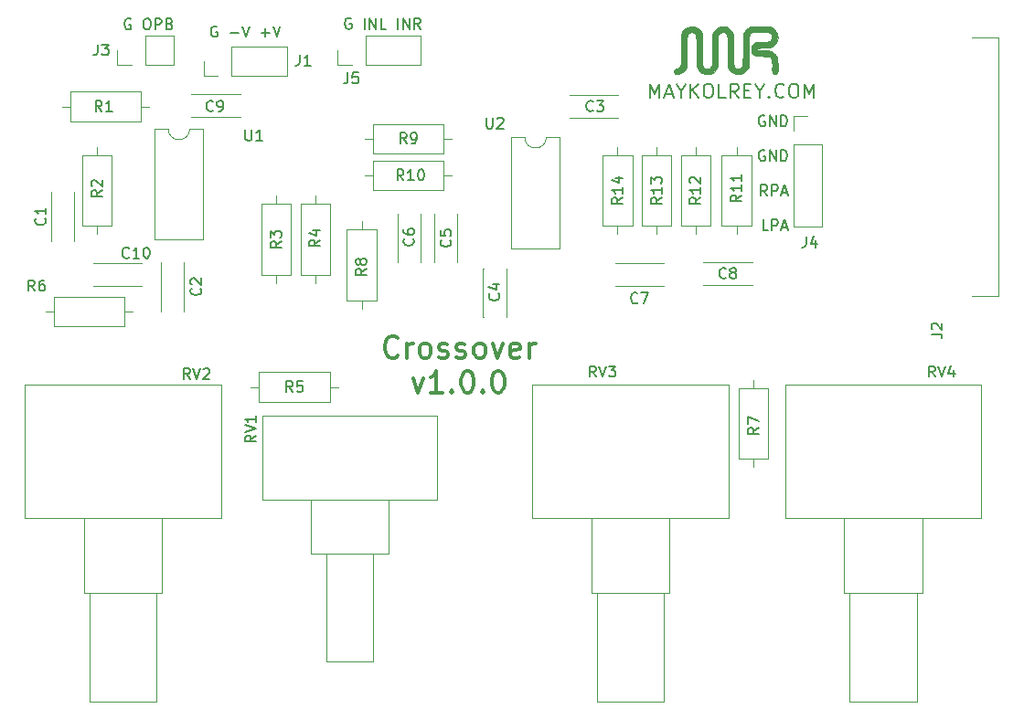
<source format=gbr>
%TF.GenerationSoftware,KiCad,Pcbnew,7.0.8-7.0.8~ubuntu22.04.1*%
%TF.CreationDate,2023-10-08T09:38:23-05:00*%
%TF.ProjectId,crossover_v1,63726f73-736f-4766-9572-5f76312e6b69,v1.0.0*%
%TF.SameCoordinates,Original*%
%TF.FileFunction,Legend,Top*%
%TF.FilePolarity,Positive*%
%FSLAX46Y46*%
G04 Gerber Fmt 4.6, Leading zero omitted, Abs format (unit mm)*
G04 Created by KiCad (PCBNEW 7.0.8-7.0.8~ubuntu22.04.1) date 2023-10-08 09:38:23*
%MOMM*%
%LPD*%
G01*
G04 APERTURE LIST*
%ADD10C,0.150000*%
%ADD11C,0.200000*%
%ADD12C,0.300000*%
%ADD13C,0.120000*%
%ADD14C,0.010000*%
G04 APERTURE END LIST*
D10*
X132901428Y-78022438D02*
X132806190Y-77974819D01*
X132806190Y-77974819D02*
X132663333Y-77974819D01*
X132663333Y-77974819D02*
X132520476Y-78022438D01*
X132520476Y-78022438D02*
X132425238Y-78117676D01*
X132425238Y-78117676D02*
X132377619Y-78212914D01*
X132377619Y-78212914D02*
X132330000Y-78403390D01*
X132330000Y-78403390D02*
X132330000Y-78546247D01*
X132330000Y-78546247D02*
X132377619Y-78736723D01*
X132377619Y-78736723D02*
X132425238Y-78831961D01*
X132425238Y-78831961D02*
X132520476Y-78927200D01*
X132520476Y-78927200D02*
X132663333Y-78974819D01*
X132663333Y-78974819D02*
X132758571Y-78974819D01*
X132758571Y-78974819D02*
X132901428Y-78927200D01*
X132901428Y-78927200D02*
X132949047Y-78879580D01*
X132949047Y-78879580D02*
X132949047Y-78546247D01*
X132949047Y-78546247D02*
X132758571Y-78546247D01*
X134139524Y-78974819D02*
X134139524Y-77974819D01*
X134615714Y-78974819D02*
X134615714Y-77974819D01*
X134615714Y-77974819D02*
X135187142Y-78974819D01*
X135187142Y-78974819D02*
X135187142Y-77974819D01*
X136139523Y-78974819D02*
X135663333Y-78974819D01*
X135663333Y-78974819D02*
X135663333Y-77974819D01*
X137234762Y-78974819D02*
X137234762Y-77974819D01*
X137710952Y-78974819D02*
X137710952Y-77974819D01*
X137710952Y-77974819D02*
X138282380Y-78974819D01*
X138282380Y-78974819D02*
X138282380Y-77974819D01*
X139329999Y-78974819D02*
X138996666Y-78498628D01*
X138758571Y-78974819D02*
X138758571Y-77974819D01*
X138758571Y-77974819D02*
X139139523Y-77974819D01*
X139139523Y-77974819D02*
X139234761Y-78022438D01*
X139234761Y-78022438D02*
X139282380Y-78070057D01*
X139282380Y-78070057D02*
X139329999Y-78165295D01*
X139329999Y-78165295D02*
X139329999Y-78308152D01*
X139329999Y-78308152D02*
X139282380Y-78403390D01*
X139282380Y-78403390D02*
X139234761Y-78451009D01*
X139234761Y-78451009D02*
X139139523Y-78498628D01*
X139139523Y-78498628D02*
X138758571Y-78498628D01*
D11*
X160596666Y-85361004D02*
X160596666Y-84061004D01*
X160596666Y-84061004D02*
X161030000Y-84989576D01*
X161030000Y-84989576D02*
X161463333Y-84061004D01*
X161463333Y-84061004D02*
X161463333Y-85361004D01*
X162020476Y-84989576D02*
X162639523Y-84989576D01*
X161896666Y-85361004D02*
X162329999Y-84061004D01*
X162329999Y-84061004D02*
X162763333Y-85361004D01*
X163444285Y-84741957D02*
X163444285Y-85361004D01*
X163010952Y-84061004D02*
X163444285Y-84741957D01*
X163444285Y-84741957D02*
X163877619Y-84061004D01*
X164310952Y-85361004D02*
X164310952Y-84061004D01*
X165053809Y-85361004D02*
X164496667Y-84618147D01*
X165053809Y-84061004D02*
X164310952Y-84803861D01*
X165858571Y-84061004D02*
X166106190Y-84061004D01*
X166106190Y-84061004D02*
X166230000Y-84122909D01*
X166230000Y-84122909D02*
X166353809Y-84246719D01*
X166353809Y-84246719D02*
X166415714Y-84494338D01*
X166415714Y-84494338D02*
X166415714Y-84927671D01*
X166415714Y-84927671D02*
X166353809Y-85175290D01*
X166353809Y-85175290D02*
X166230000Y-85299100D01*
X166230000Y-85299100D02*
X166106190Y-85361004D01*
X166106190Y-85361004D02*
X165858571Y-85361004D01*
X165858571Y-85361004D02*
X165734762Y-85299100D01*
X165734762Y-85299100D02*
X165610952Y-85175290D01*
X165610952Y-85175290D02*
X165549048Y-84927671D01*
X165549048Y-84927671D02*
X165549048Y-84494338D01*
X165549048Y-84494338D02*
X165610952Y-84246719D01*
X165610952Y-84246719D02*
X165734762Y-84122909D01*
X165734762Y-84122909D02*
X165858571Y-84061004D01*
X167591905Y-85361004D02*
X166972857Y-85361004D01*
X166972857Y-85361004D02*
X166972857Y-84061004D01*
X168768095Y-85361004D02*
X168334762Y-84741957D01*
X168025238Y-85361004D02*
X168025238Y-84061004D01*
X168025238Y-84061004D02*
X168520476Y-84061004D01*
X168520476Y-84061004D02*
X168644286Y-84122909D01*
X168644286Y-84122909D02*
X168706191Y-84184814D01*
X168706191Y-84184814D02*
X168768095Y-84308623D01*
X168768095Y-84308623D02*
X168768095Y-84494338D01*
X168768095Y-84494338D02*
X168706191Y-84618147D01*
X168706191Y-84618147D02*
X168644286Y-84680052D01*
X168644286Y-84680052D02*
X168520476Y-84741957D01*
X168520476Y-84741957D02*
X168025238Y-84741957D01*
X169325238Y-84680052D02*
X169758572Y-84680052D01*
X169944286Y-85361004D02*
X169325238Y-85361004D01*
X169325238Y-85361004D02*
X169325238Y-84061004D01*
X169325238Y-84061004D02*
X169944286Y-84061004D01*
X170749047Y-84741957D02*
X170749047Y-85361004D01*
X170315714Y-84061004D02*
X170749047Y-84741957D01*
X170749047Y-84741957D02*
X171182381Y-84061004D01*
X171615714Y-85237195D02*
X171677619Y-85299100D01*
X171677619Y-85299100D02*
X171615714Y-85361004D01*
X171615714Y-85361004D02*
X171553810Y-85299100D01*
X171553810Y-85299100D02*
X171615714Y-85237195D01*
X171615714Y-85237195D02*
X171615714Y-85361004D01*
X172977619Y-85237195D02*
X172915715Y-85299100D01*
X172915715Y-85299100D02*
X172730000Y-85361004D01*
X172730000Y-85361004D02*
X172606191Y-85361004D01*
X172606191Y-85361004D02*
X172420477Y-85299100D01*
X172420477Y-85299100D02*
X172296667Y-85175290D01*
X172296667Y-85175290D02*
X172234762Y-85051480D01*
X172234762Y-85051480D02*
X172172858Y-84803861D01*
X172172858Y-84803861D02*
X172172858Y-84618147D01*
X172172858Y-84618147D02*
X172234762Y-84370528D01*
X172234762Y-84370528D02*
X172296667Y-84246719D01*
X172296667Y-84246719D02*
X172420477Y-84122909D01*
X172420477Y-84122909D02*
X172606191Y-84061004D01*
X172606191Y-84061004D02*
X172730000Y-84061004D01*
X172730000Y-84061004D02*
X172915715Y-84122909D01*
X172915715Y-84122909D02*
X172977619Y-84184814D01*
X173782381Y-84061004D02*
X174030000Y-84061004D01*
X174030000Y-84061004D02*
X174153810Y-84122909D01*
X174153810Y-84122909D02*
X174277619Y-84246719D01*
X174277619Y-84246719D02*
X174339524Y-84494338D01*
X174339524Y-84494338D02*
X174339524Y-84927671D01*
X174339524Y-84927671D02*
X174277619Y-85175290D01*
X174277619Y-85175290D02*
X174153810Y-85299100D01*
X174153810Y-85299100D02*
X174030000Y-85361004D01*
X174030000Y-85361004D02*
X173782381Y-85361004D01*
X173782381Y-85361004D02*
X173658572Y-85299100D01*
X173658572Y-85299100D02*
X173534762Y-85175290D01*
X173534762Y-85175290D02*
X173472858Y-84927671D01*
X173472858Y-84927671D02*
X173472858Y-84494338D01*
X173472858Y-84494338D02*
X173534762Y-84246719D01*
X173534762Y-84246719D02*
X173658572Y-84122909D01*
X173658572Y-84122909D02*
X173782381Y-84061004D01*
X174896667Y-85361004D02*
X174896667Y-84061004D01*
X174896667Y-84061004D02*
X175330001Y-84989576D01*
X175330001Y-84989576D02*
X175763334Y-84061004D01*
X175763334Y-84061004D02*
X175763334Y-85361004D01*
D10*
X120484761Y-78772438D02*
X120389523Y-78724819D01*
X120389523Y-78724819D02*
X120246666Y-78724819D01*
X120246666Y-78724819D02*
X120103809Y-78772438D01*
X120103809Y-78772438D02*
X120008571Y-78867676D01*
X120008571Y-78867676D02*
X119960952Y-78962914D01*
X119960952Y-78962914D02*
X119913333Y-79153390D01*
X119913333Y-79153390D02*
X119913333Y-79296247D01*
X119913333Y-79296247D02*
X119960952Y-79486723D01*
X119960952Y-79486723D02*
X120008571Y-79581961D01*
X120008571Y-79581961D02*
X120103809Y-79677200D01*
X120103809Y-79677200D02*
X120246666Y-79724819D01*
X120246666Y-79724819D02*
X120341904Y-79724819D01*
X120341904Y-79724819D02*
X120484761Y-79677200D01*
X120484761Y-79677200D02*
X120532380Y-79629580D01*
X120532380Y-79629580D02*
X120532380Y-79296247D01*
X120532380Y-79296247D02*
X120341904Y-79296247D01*
X121722857Y-79343866D02*
X122484762Y-79343866D01*
X122818095Y-78724819D02*
X123151428Y-79724819D01*
X123151428Y-79724819D02*
X123484761Y-78724819D01*
X124580000Y-79343866D02*
X125341905Y-79343866D01*
X124960952Y-79724819D02*
X124960952Y-78962914D01*
X125675238Y-78724819D02*
X126008571Y-79724819D01*
X126008571Y-79724819D02*
X126341904Y-78724819D01*
D12*
X137243332Y-109279161D02*
X137148094Y-109374400D01*
X137148094Y-109374400D02*
X136862380Y-109469638D01*
X136862380Y-109469638D02*
X136671904Y-109469638D01*
X136671904Y-109469638D02*
X136386189Y-109374400D01*
X136386189Y-109374400D02*
X136195713Y-109183923D01*
X136195713Y-109183923D02*
X136100475Y-108993447D01*
X136100475Y-108993447D02*
X136005237Y-108612495D01*
X136005237Y-108612495D02*
X136005237Y-108326780D01*
X136005237Y-108326780D02*
X136100475Y-107945828D01*
X136100475Y-107945828D02*
X136195713Y-107755352D01*
X136195713Y-107755352D02*
X136386189Y-107564876D01*
X136386189Y-107564876D02*
X136671904Y-107469638D01*
X136671904Y-107469638D02*
X136862380Y-107469638D01*
X136862380Y-107469638D02*
X137148094Y-107564876D01*
X137148094Y-107564876D02*
X137243332Y-107660114D01*
X138100475Y-109469638D02*
X138100475Y-108136304D01*
X138100475Y-108517257D02*
X138195713Y-108326780D01*
X138195713Y-108326780D02*
X138290951Y-108231542D01*
X138290951Y-108231542D02*
X138481427Y-108136304D01*
X138481427Y-108136304D02*
X138671904Y-108136304D01*
X139624284Y-109469638D02*
X139433808Y-109374400D01*
X139433808Y-109374400D02*
X139338570Y-109279161D01*
X139338570Y-109279161D02*
X139243332Y-109088685D01*
X139243332Y-109088685D02*
X139243332Y-108517257D01*
X139243332Y-108517257D02*
X139338570Y-108326780D01*
X139338570Y-108326780D02*
X139433808Y-108231542D01*
X139433808Y-108231542D02*
X139624284Y-108136304D01*
X139624284Y-108136304D02*
X139909999Y-108136304D01*
X139909999Y-108136304D02*
X140100475Y-108231542D01*
X140100475Y-108231542D02*
X140195713Y-108326780D01*
X140195713Y-108326780D02*
X140290951Y-108517257D01*
X140290951Y-108517257D02*
X140290951Y-109088685D01*
X140290951Y-109088685D02*
X140195713Y-109279161D01*
X140195713Y-109279161D02*
X140100475Y-109374400D01*
X140100475Y-109374400D02*
X139909999Y-109469638D01*
X139909999Y-109469638D02*
X139624284Y-109469638D01*
X141052856Y-109374400D02*
X141243332Y-109469638D01*
X141243332Y-109469638D02*
X141624284Y-109469638D01*
X141624284Y-109469638D02*
X141814761Y-109374400D01*
X141814761Y-109374400D02*
X141909999Y-109183923D01*
X141909999Y-109183923D02*
X141909999Y-109088685D01*
X141909999Y-109088685D02*
X141814761Y-108898209D01*
X141814761Y-108898209D02*
X141624284Y-108802971D01*
X141624284Y-108802971D02*
X141338570Y-108802971D01*
X141338570Y-108802971D02*
X141148094Y-108707733D01*
X141148094Y-108707733D02*
X141052856Y-108517257D01*
X141052856Y-108517257D02*
X141052856Y-108422019D01*
X141052856Y-108422019D02*
X141148094Y-108231542D01*
X141148094Y-108231542D02*
X141338570Y-108136304D01*
X141338570Y-108136304D02*
X141624284Y-108136304D01*
X141624284Y-108136304D02*
X141814761Y-108231542D01*
X142671904Y-109374400D02*
X142862380Y-109469638D01*
X142862380Y-109469638D02*
X143243332Y-109469638D01*
X143243332Y-109469638D02*
X143433809Y-109374400D01*
X143433809Y-109374400D02*
X143529047Y-109183923D01*
X143529047Y-109183923D02*
X143529047Y-109088685D01*
X143529047Y-109088685D02*
X143433809Y-108898209D01*
X143433809Y-108898209D02*
X143243332Y-108802971D01*
X143243332Y-108802971D02*
X142957618Y-108802971D01*
X142957618Y-108802971D02*
X142767142Y-108707733D01*
X142767142Y-108707733D02*
X142671904Y-108517257D01*
X142671904Y-108517257D02*
X142671904Y-108422019D01*
X142671904Y-108422019D02*
X142767142Y-108231542D01*
X142767142Y-108231542D02*
X142957618Y-108136304D01*
X142957618Y-108136304D02*
X143243332Y-108136304D01*
X143243332Y-108136304D02*
X143433809Y-108231542D01*
X144671904Y-109469638D02*
X144481428Y-109374400D01*
X144481428Y-109374400D02*
X144386190Y-109279161D01*
X144386190Y-109279161D02*
X144290952Y-109088685D01*
X144290952Y-109088685D02*
X144290952Y-108517257D01*
X144290952Y-108517257D02*
X144386190Y-108326780D01*
X144386190Y-108326780D02*
X144481428Y-108231542D01*
X144481428Y-108231542D02*
X144671904Y-108136304D01*
X144671904Y-108136304D02*
X144957619Y-108136304D01*
X144957619Y-108136304D02*
X145148095Y-108231542D01*
X145148095Y-108231542D02*
X145243333Y-108326780D01*
X145243333Y-108326780D02*
X145338571Y-108517257D01*
X145338571Y-108517257D02*
X145338571Y-109088685D01*
X145338571Y-109088685D02*
X145243333Y-109279161D01*
X145243333Y-109279161D02*
X145148095Y-109374400D01*
X145148095Y-109374400D02*
X144957619Y-109469638D01*
X144957619Y-109469638D02*
X144671904Y-109469638D01*
X146005238Y-108136304D02*
X146481428Y-109469638D01*
X146481428Y-109469638D02*
X146957619Y-108136304D01*
X148481429Y-109374400D02*
X148290953Y-109469638D01*
X148290953Y-109469638D02*
X147910000Y-109469638D01*
X147910000Y-109469638D02*
X147719524Y-109374400D01*
X147719524Y-109374400D02*
X147624286Y-109183923D01*
X147624286Y-109183923D02*
X147624286Y-108422019D01*
X147624286Y-108422019D02*
X147719524Y-108231542D01*
X147719524Y-108231542D02*
X147910000Y-108136304D01*
X147910000Y-108136304D02*
X148290953Y-108136304D01*
X148290953Y-108136304D02*
X148481429Y-108231542D01*
X148481429Y-108231542D02*
X148576667Y-108422019D01*
X148576667Y-108422019D02*
X148576667Y-108612495D01*
X148576667Y-108612495D02*
X147624286Y-108802971D01*
X149433810Y-109469638D02*
X149433810Y-108136304D01*
X149433810Y-108517257D02*
X149529048Y-108326780D01*
X149529048Y-108326780D02*
X149624286Y-108231542D01*
X149624286Y-108231542D02*
X149814762Y-108136304D01*
X149814762Y-108136304D02*
X150005239Y-108136304D01*
X138624285Y-111356304D02*
X139100475Y-112689638D01*
X139100475Y-112689638D02*
X139576666Y-111356304D01*
X141386190Y-112689638D02*
X140243333Y-112689638D01*
X140814761Y-112689638D02*
X140814761Y-110689638D01*
X140814761Y-110689638D02*
X140624285Y-110975352D01*
X140624285Y-110975352D02*
X140433809Y-111165828D01*
X140433809Y-111165828D02*
X140243333Y-111261066D01*
X142243333Y-112499161D02*
X142338571Y-112594400D01*
X142338571Y-112594400D02*
X142243333Y-112689638D01*
X142243333Y-112689638D02*
X142148095Y-112594400D01*
X142148095Y-112594400D02*
X142243333Y-112499161D01*
X142243333Y-112499161D02*
X142243333Y-112689638D01*
X143576666Y-110689638D02*
X143767143Y-110689638D01*
X143767143Y-110689638D02*
X143957619Y-110784876D01*
X143957619Y-110784876D02*
X144052857Y-110880114D01*
X144052857Y-110880114D02*
X144148095Y-111070590D01*
X144148095Y-111070590D02*
X144243333Y-111451542D01*
X144243333Y-111451542D02*
X144243333Y-111927733D01*
X144243333Y-111927733D02*
X144148095Y-112308685D01*
X144148095Y-112308685D02*
X144052857Y-112499161D01*
X144052857Y-112499161D02*
X143957619Y-112594400D01*
X143957619Y-112594400D02*
X143767143Y-112689638D01*
X143767143Y-112689638D02*
X143576666Y-112689638D01*
X143576666Y-112689638D02*
X143386190Y-112594400D01*
X143386190Y-112594400D02*
X143290952Y-112499161D01*
X143290952Y-112499161D02*
X143195714Y-112308685D01*
X143195714Y-112308685D02*
X143100476Y-111927733D01*
X143100476Y-111927733D02*
X143100476Y-111451542D01*
X143100476Y-111451542D02*
X143195714Y-111070590D01*
X143195714Y-111070590D02*
X143290952Y-110880114D01*
X143290952Y-110880114D02*
X143386190Y-110784876D01*
X143386190Y-110784876D02*
X143576666Y-110689638D01*
X145100476Y-112499161D02*
X145195714Y-112594400D01*
X145195714Y-112594400D02*
X145100476Y-112689638D01*
X145100476Y-112689638D02*
X145005238Y-112594400D01*
X145005238Y-112594400D02*
X145100476Y-112499161D01*
X145100476Y-112499161D02*
X145100476Y-112689638D01*
X146433809Y-110689638D02*
X146624286Y-110689638D01*
X146624286Y-110689638D02*
X146814762Y-110784876D01*
X146814762Y-110784876D02*
X146910000Y-110880114D01*
X146910000Y-110880114D02*
X147005238Y-111070590D01*
X147005238Y-111070590D02*
X147100476Y-111451542D01*
X147100476Y-111451542D02*
X147100476Y-111927733D01*
X147100476Y-111927733D02*
X147005238Y-112308685D01*
X147005238Y-112308685D02*
X146910000Y-112499161D01*
X146910000Y-112499161D02*
X146814762Y-112594400D01*
X146814762Y-112594400D02*
X146624286Y-112689638D01*
X146624286Y-112689638D02*
X146433809Y-112689638D01*
X146433809Y-112689638D02*
X146243333Y-112594400D01*
X146243333Y-112594400D02*
X146148095Y-112499161D01*
X146148095Y-112499161D02*
X146052857Y-112308685D01*
X146052857Y-112308685D02*
X145957619Y-111927733D01*
X145957619Y-111927733D02*
X145957619Y-111451542D01*
X145957619Y-111451542D02*
X146052857Y-111070590D01*
X146052857Y-111070590D02*
X146148095Y-110880114D01*
X146148095Y-110880114D02*
X146243333Y-110784876D01*
X146243333Y-110784876D02*
X146433809Y-110689638D01*
D10*
X171195601Y-87042438D02*
X171100363Y-86994819D01*
X171100363Y-86994819D02*
X170957506Y-86994819D01*
X170957506Y-86994819D02*
X170814649Y-87042438D01*
X170814649Y-87042438D02*
X170719411Y-87137676D01*
X170719411Y-87137676D02*
X170671792Y-87232914D01*
X170671792Y-87232914D02*
X170624173Y-87423390D01*
X170624173Y-87423390D02*
X170624173Y-87566247D01*
X170624173Y-87566247D02*
X170671792Y-87756723D01*
X170671792Y-87756723D02*
X170719411Y-87851961D01*
X170719411Y-87851961D02*
X170814649Y-87947200D01*
X170814649Y-87947200D02*
X170957506Y-87994819D01*
X170957506Y-87994819D02*
X171052744Y-87994819D01*
X171052744Y-87994819D02*
X171195601Y-87947200D01*
X171195601Y-87947200D02*
X171243220Y-87899580D01*
X171243220Y-87899580D02*
X171243220Y-87566247D01*
X171243220Y-87566247D02*
X171052744Y-87566247D01*
X171671792Y-87994819D02*
X171671792Y-86994819D01*
X171671792Y-86994819D02*
X172243220Y-87994819D01*
X172243220Y-87994819D02*
X172243220Y-86994819D01*
X172719411Y-87994819D02*
X172719411Y-86994819D01*
X172719411Y-86994819D02*
X172957506Y-86994819D01*
X172957506Y-86994819D02*
X173100363Y-87042438D01*
X173100363Y-87042438D02*
X173195601Y-87137676D01*
X173195601Y-87137676D02*
X173243220Y-87232914D01*
X173243220Y-87232914D02*
X173290839Y-87423390D01*
X173290839Y-87423390D02*
X173290839Y-87566247D01*
X173290839Y-87566247D02*
X173243220Y-87756723D01*
X173243220Y-87756723D02*
X173195601Y-87851961D01*
X173195601Y-87851961D02*
X173100363Y-87947200D01*
X173100363Y-87947200D02*
X172957506Y-87994819D01*
X172957506Y-87994819D02*
X172719411Y-87994819D01*
X171195601Y-90262438D02*
X171100363Y-90214819D01*
X171100363Y-90214819D02*
X170957506Y-90214819D01*
X170957506Y-90214819D02*
X170814649Y-90262438D01*
X170814649Y-90262438D02*
X170719411Y-90357676D01*
X170719411Y-90357676D02*
X170671792Y-90452914D01*
X170671792Y-90452914D02*
X170624173Y-90643390D01*
X170624173Y-90643390D02*
X170624173Y-90786247D01*
X170624173Y-90786247D02*
X170671792Y-90976723D01*
X170671792Y-90976723D02*
X170719411Y-91071961D01*
X170719411Y-91071961D02*
X170814649Y-91167200D01*
X170814649Y-91167200D02*
X170957506Y-91214819D01*
X170957506Y-91214819D02*
X171052744Y-91214819D01*
X171052744Y-91214819D02*
X171195601Y-91167200D01*
X171195601Y-91167200D02*
X171243220Y-91119580D01*
X171243220Y-91119580D02*
X171243220Y-90786247D01*
X171243220Y-90786247D02*
X171052744Y-90786247D01*
X171671792Y-91214819D02*
X171671792Y-90214819D01*
X171671792Y-90214819D02*
X172243220Y-91214819D01*
X172243220Y-91214819D02*
X172243220Y-90214819D01*
X172719411Y-91214819D02*
X172719411Y-90214819D01*
X172719411Y-90214819D02*
X172957506Y-90214819D01*
X172957506Y-90214819D02*
X173100363Y-90262438D01*
X173100363Y-90262438D02*
X173195601Y-90357676D01*
X173195601Y-90357676D02*
X173243220Y-90452914D01*
X173243220Y-90452914D02*
X173290839Y-90643390D01*
X173290839Y-90643390D02*
X173290839Y-90786247D01*
X173290839Y-90786247D02*
X173243220Y-90976723D01*
X173243220Y-90976723D02*
X173195601Y-91071961D01*
X173195601Y-91071961D02*
X173100363Y-91167200D01*
X173100363Y-91167200D02*
X172957506Y-91214819D01*
X172957506Y-91214819D02*
X172719411Y-91214819D01*
X171433696Y-94434819D02*
X171100363Y-93958628D01*
X170862268Y-94434819D02*
X170862268Y-93434819D01*
X170862268Y-93434819D02*
X171243220Y-93434819D01*
X171243220Y-93434819D02*
X171338458Y-93482438D01*
X171338458Y-93482438D02*
X171386077Y-93530057D01*
X171386077Y-93530057D02*
X171433696Y-93625295D01*
X171433696Y-93625295D02*
X171433696Y-93768152D01*
X171433696Y-93768152D02*
X171386077Y-93863390D01*
X171386077Y-93863390D02*
X171338458Y-93911009D01*
X171338458Y-93911009D02*
X171243220Y-93958628D01*
X171243220Y-93958628D02*
X170862268Y-93958628D01*
X171862268Y-94434819D02*
X171862268Y-93434819D01*
X171862268Y-93434819D02*
X172243220Y-93434819D01*
X172243220Y-93434819D02*
X172338458Y-93482438D01*
X172338458Y-93482438D02*
X172386077Y-93530057D01*
X172386077Y-93530057D02*
X172433696Y-93625295D01*
X172433696Y-93625295D02*
X172433696Y-93768152D01*
X172433696Y-93768152D02*
X172386077Y-93863390D01*
X172386077Y-93863390D02*
X172338458Y-93911009D01*
X172338458Y-93911009D02*
X172243220Y-93958628D01*
X172243220Y-93958628D02*
X171862268Y-93958628D01*
X172814649Y-94149104D02*
X173290839Y-94149104D01*
X172719411Y-94434819D02*
X173052744Y-93434819D01*
X173052744Y-93434819D02*
X173386077Y-94434819D01*
X171528934Y-97654819D02*
X171052744Y-97654819D01*
X171052744Y-97654819D02*
X171052744Y-96654819D01*
X171862268Y-97654819D02*
X171862268Y-96654819D01*
X171862268Y-96654819D02*
X172243220Y-96654819D01*
X172243220Y-96654819D02*
X172338458Y-96702438D01*
X172338458Y-96702438D02*
X172386077Y-96750057D01*
X172386077Y-96750057D02*
X172433696Y-96845295D01*
X172433696Y-96845295D02*
X172433696Y-96988152D01*
X172433696Y-96988152D02*
X172386077Y-97083390D01*
X172386077Y-97083390D02*
X172338458Y-97131009D01*
X172338458Y-97131009D02*
X172243220Y-97178628D01*
X172243220Y-97178628D02*
X171862268Y-97178628D01*
X172814649Y-97369104D02*
X173290839Y-97369104D01*
X172719411Y-97654819D02*
X173052744Y-96654819D01*
X173052744Y-96654819D02*
X173386077Y-97654819D01*
X112487142Y-78072438D02*
X112391904Y-78024819D01*
X112391904Y-78024819D02*
X112249047Y-78024819D01*
X112249047Y-78024819D02*
X112106190Y-78072438D01*
X112106190Y-78072438D02*
X112010952Y-78167676D01*
X112010952Y-78167676D02*
X111963333Y-78262914D01*
X111963333Y-78262914D02*
X111915714Y-78453390D01*
X111915714Y-78453390D02*
X111915714Y-78596247D01*
X111915714Y-78596247D02*
X111963333Y-78786723D01*
X111963333Y-78786723D02*
X112010952Y-78881961D01*
X112010952Y-78881961D02*
X112106190Y-78977200D01*
X112106190Y-78977200D02*
X112249047Y-79024819D01*
X112249047Y-79024819D02*
X112344285Y-79024819D01*
X112344285Y-79024819D02*
X112487142Y-78977200D01*
X112487142Y-78977200D02*
X112534761Y-78929580D01*
X112534761Y-78929580D02*
X112534761Y-78596247D01*
X112534761Y-78596247D02*
X112344285Y-78596247D01*
X113915714Y-78024819D02*
X114106190Y-78024819D01*
X114106190Y-78024819D02*
X114201428Y-78072438D01*
X114201428Y-78072438D02*
X114296666Y-78167676D01*
X114296666Y-78167676D02*
X114344285Y-78358152D01*
X114344285Y-78358152D02*
X114344285Y-78691485D01*
X114344285Y-78691485D02*
X114296666Y-78881961D01*
X114296666Y-78881961D02*
X114201428Y-78977200D01*
X114201428Y-78977200D02*
X114106190Y-79024819D01*
X114106190Y-79024819D02*
X113915714Y-79024819D01*
X113915714Y-79024819D02*
X113820476Y-78977200D01*
X113820476Y-78977200D02*
X113725238Y-78881961D01*
X113725238Y-78881961D02*
X113677619Y-78691485D01*
X113677619Y-78691485D02*
X113677619Y-78358152D01*
X113677619Y-78358152D02*
X113725238Y-78167676D01*
X113725238Y-78167676D02*
X113820476Y-78072438D01*
X113820476Y-78072438D02*
X113915714Y-78024819D01*
X114772857Y-79024819D02*
X114772857Y-78024819D01*
X114772857Y-78024819D02*
X115153809Y-78024819D01*
X115153809Y-78024819D02*
X115249047Y-78072438D01*
X115249047Y-78072438D02*
X115296666Y-78120057D01*
X115296666Y-78120057D02*
X115344285Y-78215295D01*
X115344285Y-78215295D02*
X115344285Y-78358152D01*
X115344285Y-78358152D02*
X115296666Y-78453390D01*
X115296666Y-78453390D02*
X115249047Y-78501009D01*
X115249047Y-78501009D02*
X115153809Y-78548628D01*
X115153809Y-78548628D02*
X114772857Y-78548628D01*
X116106190Y-78501009D02*
X116249047Y-78548628D01*
X116249047Y-78548628D02*
X116296666Y-78596247D01*
X116296666Y-78596247D02*
X116344285Y-78691485D01*
X116344285Y-78691485D02*
X116344285Y-78834342D01*
X116344285Y-78834342D02*
X116296666Y-78929580D01*
X116296666Y-78929580D02*
X116249047Y-78977200D01*
X116249047Y-78977200D02*
X116153809Y-79024819D01*
X116153809Y-79024819D02*
X115772857Y-79024819D01*
X115772857Y-79024819D02*
X115772857Y-78024819D01*
X115772857Y-78024819D02*
X116106190Y-78024819D01*
X116106190Y-78024819D02*
X116201428Y-78072438D01*
X116201428Y-78072438D02*
X116249047Y-78120057D01*
X116249047Y-78120057D02*
X116296666Y-78215295D01*
X116296666Y-78215295D02*
X116296666Y-78310533D01*
X116296666Y-78310533D02*
X116249047Y-78405771D01*
X116249047Y-78405771D02*
X116201428Y-78453390D01*
X116201428Y-78453390D02*
X116106190Y-78501009D01*
X116106190Y-78501009D02*
X115772857Y-78501009D01*
X132596666Y-83024819D02*
X132596666Y-83739104D01*
X132596666Y-83739104D02*
X132549047Y-83881961D01*
X132549047Y-83881961D02*
X132453809Y-83977200D01*
X132453809Y-83977200D02*
X132310952Y-84024819D01*
X132310952Y-84024819D02*
X132215714Y-84024819D01*
X133549047Y-83024819D02*
X133072857Y-83024819D01*
X133072857Y-83024819D02*
X133025238Y-83501009D01*
X133025238Y-83501009D02*
X133072857Y-83453390D01*
X133072857Y-83453390D02*
X133168095Y-83405771D01*
X133168095Y-83405771D02*
X133406190Y-83405771D01*
X133406190Y-83405771D02*
X133501428Y-83453390D01*
X133501428Y-83453390D02*
X133549047Y-83501009D01*
X133549047Y-83501009D02*
X133596666Y-83596247D01*
X133596666Y-83596247D02*
X133596666Y-83834342D01*
X133596666Y-83834342D02*
X133549047Y-83929580D01*
X133549047Y-83929580D02*
X133501428Y-83977200D01*
X133501428Y-83977200D02*
X133406190Y-84024819D01*
X133406190Y-84024819D02*
X133168095Y-84024819D01*
X133168095Y-84024819D02*
X133072857Y-83977200D01*
X133072857Y-83977200D02*
X133025238Y-83929580D01*
X146564580Y-103516666D02*
X146612200Y-103564285D01*
X146612200Y-103564285D02*
X146659819Y-103707142D01*
X146659819Y-103707142D02*
X146659819Y-103802380D01*
X146659819Y-103802380D02*
X146612200Y-103945237D01*
X146612200Y-103945237D02*
X146516961Y-104040475D01*
X146516961Y-104040475D02*
X146421723Y-104088094D01*
X146421723Y-104088094D02*
X146231247Y-104135713D01*
X146231247Y-104135713D02*
X146088390Y-104135713D01*
X146088390Y-104135713D02*
X145897914Y-104088094D01*
X145897914Y-104088094D02*
X145802676Y-104040475D01*
X145802676Y-104040475D02*
X145707438Y-103945237D01*
X145707438Y-103945237D02*
X145659819Y-103802380D01*
X145659819Y-103802380D02*
X145659819Y-103707142D01*
X145659819Y-103707142D02*
X145707438Y-103564285D01*
X145707438Y-103564285D02*
X145755057Y-103516666D01*
X145993152Y-102659523D02*
X146659819Y-102659523D01*
X145612200Y-102897618D02*
X146326485Y-103135713D01*
X146326485Y-103135713D02*
X146326485Y-102516666D01*
X165259819Y-94592857D02*
X164783628Y-94926190D01*
X165259819Y-95164285D02*
X164259819Y-95164285D01*
X164259819Y-95164285D02*
X164259819Y-94783333D01*
X164259819Y-94783333D02*
X164307438Y-94688095D01*
X164307438Y-94688095D02*
X164355057Y-94640476D01*
X164355057Y-94640476D02*
X164450295Y-94592857D01*
X164450295Y-94592857D02*
X164593152Y-94592857D01*
X164593152Y-94592857D02*
X164688390Y-94640476D01*
X164688390Y-94640476D02*
X164736009Y-94688095D01*
X164736009Y-94688095D02*
X164783628Y-94783333D01*
X164783628Y-94783333D02*
X164783628Y-95164285D01*
X165259819Y-93640476D02*
X165259819Y-94211904D01*
X165259819Y-93926190D02*
X164259819Y-93926190D01*
X164259819Y-93926190D02*
X164402676Y-94021428D01*
X164402676Y-94021428D02*
X164497914Y-94116666D01*
X164497914Y-94116666D02*
X164545533Y-94211904D01*
X164355057Y-93259523D02*
X164307438Y-93211904D01*
X164307438Y-93211904D02*
X164259819Y-93116666D01*
X164259819Y-93116666D02*
X164259819Y-92878571D01*
X164259819Y-92878571D02*
X164307438Y-92783333D01*
X164307438Y-92783333D02*
X164355057Y-92735714D01*
X164355057Y-92735714D02*
X164450295Y-92688095D01*
X164450295Y-92688095D02*
X164545533Y-92688095D01*
X164545533Y-92688095D02*
X164688390Y-92735714D01*
X164688390Y-92735714D02*
X165259819Y-93307142D01*
X165259819Y-93307142D02*
X165259819Y-92688095D01*
X145443095Y-87204819D02*
X145443095Y-88014342D01*
X145443095Y-88014342D02*
X145490714Y-88109580D01*
X145490714Y-88109580D02*
X145538333Y-88157200D01*
X145538333Y-88157200D02*
X145633571Y-88204819D01*
X145633571Y-88204819D02*
X145824047Y-88204819D01*
X145824047Y-88204819D02*
X145919285Y-88157200D01*
X145919285Y-88157200D02*
X145966904Y-88109580D01*
X145966904Y-88109580D02*
X146014523Y-88014342D01*
X146014523Y-88014342D02*
X146014523Y-87204819D01*
X146443095Y-87300057D02*
X146490714Y-87252438D01*
X146490714Y-87252438D02*
X146585952Y-87204819D01*
X146585952Y-87204819D02*
X146824047Y-87204819D01*
X146824047Y-87204819D02*
X146919285Y-87252438D01*
X146919285Y-87252438D02*
X146966904Y-87300057D01*
X146966904Y-87300057D02*
X147014523Y-87395295D01*
X147014523Y-87395295D02*
X147014523Y-87490533D01*
X147014523Y-87490533D02*
X146966904Y-87633390D01*
X146966904Y-87633390D02*
X146395476Y-88204819D01*
X146395476Y-88204819D02*
X147014523Y-88204819D01*
X161659819Y-94592857D02*
X161183628Y-94926190D01*
X161659819Y-95164285D02*
X160659819Y-95164285D01*
X160659819Y-95164285D02*
X160659819Y-94783333D01*
X160659819Y-94783333D02*
X160707438Y-94688095D01*
X160707438Y-94688095D02*
X160755057Y-94640476D01*
X160755057Y-94640476D02*
X160850295Y-94592857D01*
X160850295Y-94592857D02*
X160993152Y-94592857D01*
X160993152Y-94592857D02*
X161088390Y-94640476D01*
X161088390Y-94640476D02*
X161136009Y-94688095D01*
X161136009Y-94688095D02*
X161183628Y-94783333D01*
X161183628Y-94783333D02*
X161183628Y-95164285D01*
X161659819Y-93640476D02*
X161659819Y-94211904D01*
X161659819Y-93926190D02*
X160659819Y-93926190D01*
X160659819Y-93926190D02*
X160802676Y-94021428D01*
X160802676Y-94021428D02*
X160897914Y-94116666D01*
X160897914Y-94116666D02*
X160945533Y-94211904D01*
X160659819Y-93307142D02*
X160659819Y-92688095D01*
X160659819Y-92688095D02*
X161040771Y-93021428D01*
X161040771Y-93021428D02*
X161040771Y-92878571D01*
X161040771Y-92878571D02*
X161088390Y-92783333D01*
X161088390Y-92783333D02*
X161136009Y-92735714D01*
X161136009Y-92735714D02*
X161231247Y-92688095D01*
X161231247Y-92688095D02*
X161469342Y-92688095D01*
X161469342Y-92688095D02*
X161564580Y-92735714D01*
X161564580Y-92735714D02*
X161612200Y-92783333D01*
X161612200Y-92783333D02*
X161659819Y-92878571D01*
X161659819Y-92878571D02*
X161659819Y-93164285D01*
X161659819Y-93164285D02*
X161612200Y-93259523D01*
X161612200Y-93259523D02*
X161564580Y-93307142D01*
X170634819Y-115936666D02*
X170158628Y-116269999D01*
X170634819Y-116508094D02*
X169634819Y-116508094D01*
X169634819Y-116508094D02*
X169634819Y-116127142D01*
X169634819Y-116127142D02*
X169682438Y-116031904D01*
X169682438Y-116031904D02*
X169730057Y-115984285D01*
X169730057Y-115984285D02*
X169825295Y-115936666D01*
X169825295Y-115936666D02*
X169968152Y-115936666D01*
X169968152Y-115936666D02*
X170063390Y-115984285D01*
X170063390Y-115984285D02*
X170111009Y-116031904D01*
X170111009Y-116031904D02*
X170158628Y-116127142D01*
X170158628Y-116127142D02*
X170158628Y-116508094D01*
X169634819Y-115603332D02*
X169634819Y-114936666D01*
X169634819Y-114936666D02*
X170634819Y-115365237D01*
X142064580Y-98536666D02*
X142112200Y-98584285D01*
X142112200Y-98584285D02*
X142159819Y-98727142D01*
X142159819Y-98727142D02*
X142159819Y-98822380D01*
X142159819Y-98822380D02*
X142112200Y-98965237D01*
X142112200Y-98965237D02*
X142016961Y-99060475D01*
X142016961Y-99060475D02*
X141921723Y-99108094D01*
X141921723Y-99108094D02*
X141731247Y-99155713D01*
X141731247Y-99155713D02*
X141588390Y-99155713D01*
X141588390Y-99155713D02*
X141397914Y-99108094D01*
X141397914Y-99108094D02*
X141302676Y-99060475D01*
X141302676Y-99060475D02*
X141207438Y-98965237D01*
X141207438Y-98965237D02*
X141159819Y-98822380D01*
X141159819Y-98822380D02*
X141159819Y-98727142D01*
X141159819Y-98727142D02*
X141207438Y-98584285D01*
X141207438Y-98584285D02*
X141255057Y-98536666D01*
X141159819Y-97631904D02*
X141159819Y-98108094D01*
X141159819Y-98108094D02*
X141636009Y-98155713D01*
X141636009Y-98155713D02*
X141588390Y-98108094D01*
X141588390Y-98108094D02*
X141540771Y-98012856D01*
X141540771Y-98012856D02*
X141540771Y-97774761D01*
X141540771Y-97774761D02*
X141588390Y-97679523D01*
X141588390Y-97679523D02*
X141636009Y-97631904D01*
X141636009Y-97631904D02*
X141731247Y-97584285D01*
X141731247Y-97584285D02*
X141969342Y-97584285D01*
X141969342Y-97584285D02*
X142064580Y-97631904D01*
X142064580Y-97631904D02*
X142112200Y-97679523D01*
X142112200Y-97679523D02*
X142159819Y-97774761D01*
X142159819Y-97774761D02*
X142159819Y-98012856D01*
X142159819Y-98012856D02*
X142112200Y-98108094D01*
X142112200Y-98108094D02*
X142064580Y-98155713D01*
X169059819Y-94392857D02*
X168583628Y-94726190D01*
X169059819Y-94964285D02*
X168059819Y-94964285D01*
X168059819Y-94964285D02*
X168059819Y-94583333D01*
X168059819Y-94583333D02*
X168107438Y-94488095D01*
X168107438Y-94488095D02*
X168155057Y-94440476D01*
X168155057Y-94440476D02*
X168250295Y-94392857D01*
X168250295Y-94392857D02*
X168393152Y-94392857D01*
X168393152Y-94392857D02*
X168488390Y-94440476D01*
X168488390Y-94440476D02*
X168536009Y-94488095D01*
X168536009Y-94488095D02*
X168583628Y-94583333D01*
X168583628Y-94583333D02*
X168583628Y-94964285D01*
X169059819Y-93440476D02*
X169059819Y-94011904D01*
X169059819Y-93726190D02*
X168059819Y-93726190D01*
X168059819Y-93726190D02*
X168202676Y-93821428D01*
X168202676Y-93821428D02*
X168297914Y-93916666D01*
X168297914Y-93916666D02*
X168345533Y-94011904D01*
X169059819Y-92488095D02*
X169059819Y-93059523D01*
X169059819Y-92773809D02*
X168059819Y-92773809D01*
X168059819Y-92773809D02*
X168202676Y-92869047D01*
X168202676Y-92869047D02*
X168297914Y-92964285D01*
X168297914Y-92964285D02*
X168345533Y-93059523D01*
X109813333Y-86624819D02*
X109480000Y-86148628D01*
X109241905Y-86624819D02*
X109241905Y-85624819D01*
X109241905Y-85624819D02*
X109622857Y-85624819D01*
X109622857Y-85624819D02*
X109718095Y-85672438D01*
X109718095Y-85672438D02*
X109765714Y-85720057D01*
X109765714Y-85720057D02*
X109813333Y-85815295D01*
X109813333Y-85815295D02*
X109813333Y-85958152D01*
X109813333Y-85958152D02*
X109765714Y-86053390D01*
X109765714Y-86053390D02*
X109718095Y-86101009D01*
X109718095Y-86101009D02*
X109622857Y-86148628D01*
X109622857Y-86148628D02*
X109241905Y-86148628D01*
X110765714Y-86624819D02*
X110194286Y-86624819D01*
X110480000Y-86624819D02*
X110480000Y-85624819D01*
X110480000Y-85624819D02*
X110384762Y-85767676D01*
X110384762Y-85767676D02*
X110289524Y-85862914D01*
X110289524Y-85862914D02*
X110194286Y-85910533D01*
X138639580Y-98436666D02*
X138687200Y-98484285D01*
X138687200Y-98484285D02*
X138734819Y-98627142D01*
X138734819Y-98627142D02*
X138734819Y-98722380D01*
X138734819Y-98722380D02*
X138687200Y-98865237D01*
X138687200Y-98865237D02*
X138591961Y-98960475D01*
X138591961Y-98960475D02*
X138496723Y-99008094D01*
X138496723Y-99008094D02*
X138306247Y-99055713D01*
X138306247Y-99055713D02*
X138163390Y-99055713D01*
X138163390Y-99055713D02*
X137972914Y-99008094D01*
X137972914Y-99008094D02*
X137877676Y-98960475D01*
X137877676Y-98960475D02*
X137782438Y-98865237D01*
X137782438Y-98865237D02*
X137734819Y-98722380D01*
X137734819Y-98722380D02*
X137734819Y-98627142D01*
X137734819Y-98627142D02*
X137782438Y-98484285D01*
X137782438Y-98484285D02*
X137830057Y-98436666D01*
X137734819Y-97579523D02*
X137734819Y-97769999D01*
X137734819Y-97769999D02*
X137782438Y-97865237D01*
X137782438Y-97865237D02*
X137830057Y-97912856D01*
X137830057Y-97912856D02*
X137972914Y-98008094D01*
X137972914Y-98008094D02*
X138163390Y-98055713D01*
X138163390Y-98055713D02*
X138544342Y-98055713D01*
X138544342Y-98055713D02*
X138639580Y-98008094D01*
X138639580Y-98008094D02*
X138687200Y-97960475D01*
X138687200Y-97960475D02*
X138734819Y-97865237D01*
X138734819Y-97865237D02*
X138734819Y-97674761D01*
X138734819Y-97674761D02*
X138687200Y-97579523D01*
X138687200Y-97579523D02*
X138639580Y-97531904D01*
X138639580Y-97531904D02*
X138544342Y-97484285D01*
X138544342Y-97484285D02*
X138306247Y-97484285D01*
X138306247Y-97484285D02*
X138211009Y-97531904D01*
X138211009Y-97531904D02*
X138163390Y-97579523D01*
X138163390Y-97579523D02*
X138115771Y-97674761D01*
X138115771Y-97674761D02*
X138115771Y-97865237D01*
X138115771Y-97865237D02*
X138163390Y-97960475D01*
X138163390Y-97960475D02*
X138211009Y-98008094D01*
X138211009Y-98008094D02*
X138306247Y-98055713D01*
X134334819Y-101216666D02*
X133858628Y-101549999D01*
X134334819Y-101788094D02*
X133334819Y-101788094D01*
X133334819Y-101788094D02*
X133334819Y-101407142D01*
X133334819Y-101407142D02*
X133382438Y-101311904D01*
X133382438Y-101311904D02*
X133430057Y-101264285D01*
X133430057Y-101264285D02*
X133525295Y-101216666D01*
X133525295Y-101216666D02*
X133668152Y-101216666D01*
X133668152Y-101216666D02*
X133763390Y-101264285D01*
X133763390Y-101264285D02*
X133811009Y-101311904D01*
X133811009Y-101311904D02*
X133858628Y-101407142D01*
X133858628Y-101407142D02*
X133858628Y-101788094D01*
X133763390Y-100645237D02*
X133715771Y-100740475D01*
X133715771Y-100740475D02*
X133668152Y-100788094D01*
X133668152Y-100788094D02*
X133572914Y-100835713D01*
X133572914Y-100835713D02*
X133525295Y-100835713D01*
X133525295Y-100835713D02*
X133430057Y-100788094D01*
X133430057Y-100788094D02*
X133382438Y-100740475D01*
X133382438Y-100740475D02*
X133334819Y-100645237D01*
X133334819Y-100645237D02*
X133334819Y-100454761D01*
X133334819Y-100454761D02*
X133382438Y-100359523D01*
X133382438Y-100359523D02*
X133430057Y-100311904D01*
X133430057Y-100311904D02*
X133525295Y-100264285D01*
X133525295Y-100264285D02*
X133572914Y-100264285D01*
X133572914Y-100264285D02*
X133668152Y-100311904D01*
X133668152Y-100311904D02*
X133715771Y-100359523D01*
X133715771Y-100359523D02*
X133763390Y-100454761D01*
X133763390Y-100454761D02*
X133763390Y-100645237D01*
X133763390Y-100645237D02*
X133811009Y-100740475D01*
X133811009Y-100740475D02*
X133858628Y-100788094D01*
X133858628Y-100788094D02*
X133953866Y-100835713D01*
X133953866Y-100835713D02*
X134144342Y-100835713D01*
X134144342Y-100835713D02*
X134239580Y-100788094D01*
X134239580Y-100788094D02*
X134287200Y-100740475D01*
X134287200Y-100740475D02*
X134334819Y-100645237D01*
X134334819Y-100645237D02*
X134334819Y-100454761D01*
X134334819Y-100454761D02*
X134287200Y-100359523D01*
X134287200Y-100359523D02*
X134239580Y-100311904D01*
X134239580Y-100311904D02*
X134144342Y-100264285D01*
X134144342Y-100264285D02*
X133953866Y-100264285D01*
X133953866Y-100264285D02*
X133858628Y-100311904D01*
X133858628Y-100311904D02*
X133811009Y-100359523D01*
X133811009Y-100359523D02*
X133763390Y-100454761D01*
X186984761Y-111224819D02*
X186651428Y-110748628D01*
X186413333Y-111224819D02*
X186413333Y-110224819D01*
X186413333Y-110224819D02*
X186794285Y-110224819D01*
X186794285Y-110224819D02*
X186889523Y-110272438D01*
X186889523Y-110272438D02*
X186937142Y-110320057D01*
X186937142Y-110320057D02*
X186984761Y-110415295D01*
X186984761Y-110415295D02*
X186984761Y-110558152D01*
X186984761Y-110558152D02*
X186937142Y-110653390D01*
X186937142Y-110653390D02*
X186889523Y-110701009D01*
X186889523Y-110701009D02*
X186794285Y-110748628D01*
X186794285Y-110748628D02*
X186413333Y-110748628D01*
X187270476Y-110224819D02*
X187603809Y-111224819D01*
X187603809Y-111224819D02*
X187937142Y-110224819D01*
X188699047Y-110558152D02*
X188699047Y-111224819D01*
X188460952Y-110177200D02*
X188222857Y-110891485D01*
X188222857Y-110891485D02*
X188841904Y-110891485D01*
X123118095Y-88324819D02*
X123118095Y-89134342D01*
X123118095Y-89134342D02*
X123165714Y-89229580D01*
X123165714Y-89229580D02*
X123213333Y-89277200D01*
X123213333Y-89277200D02*
X123308571Y-89324819D01*
X123308571Y-89324819D02*
X123499047Y-89324819D01*
X123499047Y-89324819D02*
X123594285Y-89277200D01*
X123594285Y-89277200D02*
X123641904Y-89229580D01*
X123641904Y-89229580D02*
X123689523Y-89134342D01*
X123689523Y-89134342D02*
X123689523Y-88324819D01*
X124689523Y-89324819D02*
X124118095Y-89324819D01*
X124403809Y-89324819D02*
X124403809Y-88324819D01*
X124403809Y-88324819D02*
X124308571Y-88467676D01*
X124308571Y-88467676D02*
X124213333Y-88562914D01*
X124213333Y-88562914D02*
X124118095Y-88610533D01*
X109446666Y-80424819D02*
X109446666Y-81139104D01*
X109446666Y-81139104D02*
X109399047Y-81281961D01*
X109399047Y-81281961D02*
X109303809Y-81377200D01*
X109303809Y-81377200D02*
X109160952Y-81424819D01*
X109160952Y-81424819D02*
X109065714Y-81424819D01*
X109827619Y-80424819D02*
X110446666Y-80424819D01*
X110446666Y-80424819D02*
X110113333Y-80805771D01*
X110113333Y-80805771D02*
X110256190Y-80805771D01*
X110256190Y-80805771D02*
X110351428Y-80853390D01*
X110351428Y-80853390D02*
X110399047Y-80901009D01*
X110399047Y-80901009D02*
X110446666Y-80996247D01*
X110446666Y-80996247D02*
X110446666Y-81234342D01*
X110446666Y-81234342D02*
X110399047Y-81329580D01*
X110399047Y-81329580D02*
X110351428Y-81377200D01*
X110351428Y-81377200D02*
X110256190Y-81424819D01*
X110256190Y-81424819D02*
X109970476Y-81424819D01*
X109970476Y-81424819D02*
X109875238Y-81377200D01*
X109875238Y-81377200D02*
X109827619Y-81329580D01*
X130034819Y-98536666D02*
X129558628Y-98869999D01*
X130034819Y-99108094D02*
X129034819Y-99108094D01*
X129034819Y-99108094D02*
X129034819Y-98727142D01*
X129034819Y-98727142D02*
X129082438Y-98631904D01*
X129082438Y-98631904D02*
X129130057Y-98584285D01*
X129130057Y-98584285D02*
X129225295Y-98536666D01*
X129225295Y-98536666D02*
X129368152Y-98536666D01*
X129368152Y-98536666D02*
X129463390Y-98584285D01*
X129463390Y-98584285D02*
X129511009Y-98631904D01*
X129511009Y-98631904D02*
X129558628Y-98727142D01*
X129558628Y-98727142D02*
X129558628Y-99108094D01*
X129368152Y-97679523D02*
X130034819Y-97679523D01*
X128987200Y-97917618D02*
X129701485Y-98155713D01*
X129701485Y-98155713D02*
X129701485Y-97536666D01*
X127493333Y-112624819D02*
X127160000Y-112148628D01*
X126921905Y-112624819D02*
X126921905Y-111624819D01*
X126921905Y-111624819D02*
X127302857Y-111624819D01*
X127302857Y-111624819D02*
X127398095Y-111672438D01*
X127398095Y-111672438D02*
X127445714Y-111720057D01*
X127445714Y-111720057D02*
X127493333Y-111815295D01*
X127493333Y-111815295D02*
X127493333Y-111958152D01*
X127493333Y-111958152D02*
X127445714Y-112053390D01*
X127445714Y-112053390D02*
X127398095Y-112101009D01*
X127398095Y-112101009D02*
X127302857Y-112148628D01*
X127302857Y-112148628D02*
X126921905Y-112148628D01*
X128398095Y-111624819D02*
X127921905Y-111624819D01*
X127921905Y-111624819D02*
X127874286Y-112101009D01*
X127874286Y-112101009D02*
X127921905Y-112053390D01*
X127921905Y-112053390D02*
X128017143Y-112005771D01*
X128017143Y-112005771D02*
X128255238Y-112005771D01*
X128255238Y-112005771D02*
X128350476Y-112053390D01*
X128350476Y-112053390D02*
X128398095Y-112101009D01*
X128398095Y-112101009D02*
X128445714Y-112196247D01*
X128445714Y-112196247D02*
X128445714Y-112434342D01*
X128445714Y-112434342D02*
X128398095Y-112529580D01*
X128398095Y-112529580D02*
X128350476Y-112577200D01*
X128350476Y-112577200D02*
X128255238Y-112624819D01*
X128255238Y-112624819D02*
X128017143Y-112624819D01*
X128017143Y-112624819D02*
X127921905Y-112577200D01*
X127921905Y-112577200D02*
X127874286Y-112529580D01*
X155584761Y-111224819D02*
X155251428Y-110748628D01*
X155013333Y-111224819D02*
X155013333Y-110224819D01*
X155013333Y-110224819D02*
X155394285Y-110224819D01*
X155394285Y-110224819D02*
X155489523Y-110272438D01*
X155489523Y-110272438D02*
X155537142Y-110320057D01*
X155537142Y-110320057D02*
X155584761Y-110415295D01*
X155584761Y-110415295D02*
X155584761Y-110558152D01*
X155584761Y-110558152D02*
X155537142Y-110653390D01*
X155537142Y-110653390D02*
X155489523Y-110701009D01*
X155489523Y-110701009D02*
X155394285Y-110748628D01*
X155394285Y-110748628D02*
X155013333Y-110748628D01*
X155870476Y-110224819D02*
X156203809Y-111224819D01*
X156203809Y-111224819D02*
X156537142Y-110224819D01*
X156775238Y-110224819D02*
X157394285Y-110224819D01*
X157394285Y-110224819D02*
X157060952Y-110605771D01*
X157060952Y-110605771D02*
X157203809Y-110605771D01*
X157203809Y-110605771D02*
X157299047Y-110653390D01*
X157299047Y-110653390D02*
X157346666Y-110701009D01*
X157346666Y-110701009D02*
X157394285Y-110796247D01*
X157394285Y-110796247D02*
X157394285Y-111034342D01*
X157394285Y-111034342D02*
X157346666Y-111129580D01*
X157346666Y-111129580D02*
X157299047Y-111177200D01*
X157299047Y-111177200D02*
X157203809Y-111224819D01*
X157203809Y-111224819D02*
X156918095Y-111224819D01*
X156918095Y-111224819D02*
X156822857Y-111177200D01*
X156822857Y-111177200D02*
X156775238Y-111129580D01*
X109834819Y-93936666D02*
X109358628Y-94269999D01*
X109834819Y-94508094D02*
X108834819Y-94508094D01*
X108834819Y-94508094D02*
X108834819Y-94127142D01*
X108834819Y-94127142D02*
X108882438Y-94031904D01*
X108882438Y-94031904D02*
X108930057Y-93984285D01*
X108930057Y-93984285D02*
X109025295Y-93936666D01*
X109025295Y-93936666D02*
X109168152Y-93936666D01*
X109168152Y-93936666D02*
X109263390Y-93984285D01*
X109263390Y-93984285D02*
X109311009Y-94031904D01*
X109311009Y-94031904D02*
X109358628Y-94127142D01*
X109358628Y-94127142D02*
X109358628Y-94508094D01*
X108930057Y-93555713D02*
X108882438Y-93508094D01*
X108882438Y-93508094D02*
X108834819Y-93412856D01*
X108834819Y-93412856D02*
X108834819Y-93174761D01*
X108834819Y-93174761D02*
X108882438Y-93079523D01*
X108882438Y-93079523D02*
X108930057Y-93031904D01*
X108930057Y-93031904D02*
X109025295Y-92984285D01*
X109025295Y-92984285D02*
X109120533Y-92984285D01*
X109120533Y-92984285D02*
X109263390Y-93031904D01*
X109263390Y-93031904D02*
X109834819Y-93603332D01*
X109834819Y-93603332D02*
X109834819Y-92984285D01*
X117984761Y-111424819D02*
X117651428Y-110948628D01*
X117413333Y-111424819D02*
X117413333Y-110424819D01*
X117413333Y-110424819D02*
X117794285Y-110424819D01*
X117794285Y-110424819D02*
X117889523Y-110472438D01*
X117889523Y-110472438D02*
X117937142Y-110520057D01*
X117937142Y-110520057D02*
X117984761Y-110615295D01*
X117984761Y-110615295D02*
X117984761Y-110758152D01*
X117984761Y-110758152D02*
X117937142Y-110853390D01*
X117937142Y-110853390D02*
X117889523Y-110901009D01*
X117889523Y-110901009D02*
X117794285Y-110948628D01*
X117794285Y-110948628D02*
X117413333Y-110948628D01*
X118270476Y-110424819D02*
X118603809Y-111424819D01*
X118603809Y-111424819D02*
X118937142Y-110424819D01*
X119222857Y-110520057D02*
X119270476Y-110472438D01*
X119270476Y-110472438D02*
X119365714Y-110424819D01*
X119365714Y-110424819D02*
X119603809Y-110424819D01*
X119603809Y-110424819D02*
X119699047Y-110472438D01*
X119699047Y-110472438D02*
X119746666Y-110520057D01*
X119746666Y-110520057D02*
X119794285Y-110615295D01*
X119794285Y-110615295D02*
X119794285Y-110710533D01*
X119794285Y-110710533D02*
X119746666Y-110853390D01*
X119746666Y-110853390D02*
X119175238Y-111424819D01*
X119175238Y-111424819D02*
X119794285Y-111424819D01*
X104539580Y-96536666D02*
X104587200Y-96584285D01*
X104587200Y-96584285D02*
X104634819Y-96727142D01*
X104634819Y-96727142D02*
X104634819Y-96822380D01*
X104634819Y-96822380D02*
X104587200Y-96965237D01*
X104587200Y-96965237D02*
X104491961Y-97060475D01*
X104491961Y-97060475D02*
X104396723Y-97108094D01*
X104396723Y-97108094D02*
X104206247Y-97155713D01*
X104206247Y-97155713D02*
X104063390Y-97155713D01*
X104063390Y-97155713D02*
X103872914Y-97108094D01*
X103872914Y-97108094D02*
X103777676Y-97060475D01*
X103777676Y-97060475D02*
X103682438Y-96965237D01*
X103682438Y-96965237D02*
X103634819Y-96822380D01*
X103634819Y-96822380D02*
X103634819Y-96727142D01*
X103634819Y-96727142D02*
X103682438Y-96584285D01*
X103682438Y-96584285D02*
X103730057Y-96536666D01*
X104634819Y-95584285D02*
X104634819Y-96155713D01*
X104634819Y-95869999D02*
X103634819Y-95869999D01*
X103634819Y-95869999D02*
X103777676Y-95965237D01*
X103777676Y-95965237D02*
X103872914Y-96060475D01*
X103872914Y-96060475D02*
X103920533Y-96155713D01*
X112337142Y-100129580D02*
X112289523Y-100177200D01*
X112289523Y-100177200D02*
X112146666Y-100224819D01*
X112146666Y-100224819D02*
X112051428Y-100224819D01*
X112051428Y-100224819D02*
X111908571Y-100177200D01*
X111908571Y-100177200D02*
X111813333Y-100081961D01*
X111813333Y-100081961D02*
X111765714Y-99986723D01*
X111765714Y-99986723D02*
X111718095Y-99796247D01*
X111718095Y-99796247D02*
X111718095Y-99653390D01*
X111718095Y-99653390D02*
X111765714Y-99462914D01*
X111765714Y-99462914D02*
X111813333Y-99367676D01*
X111813333Y-99367676D02*
X111908571Y-99272438D01*
X111908571Y-99272438D02*
X112051428Y-99224819D01*
X112051428Y-99224819D02*
X112146666Y-99224819D01*
X112146666Y-99224819D02*
X112289523Y-99272438D01*
X112289523Y-99272438D02*
X112337142Y-99320057D01*
X113289523Y-100224819D02*
X112718095Y-100224819D01*
X113003809Y-100224819D02*
X113003809Y-99224819D01*
X113003809Y-99224819D02*
X112908571Y-99367676D01*
X112908571Y-99367676D02*
X112813333Y-99462914D01*
X112813333Y-99462914D02*
X112718095Y-99510533D01*
X113908571Y-99224819D02*
X114003809Y-99224819D01*
X114003809Y-99224819D02*
X114099047Y-99272438D01*
X114099047Y-99272438D02*
X114146666Y-99320057D01*
X114146666Y-99320057D02*
X114194285Y-99415295D01*
X114194285Y-99415295D02*
X114241904Y-99605771D01*
X114241904Y-99605771D02*
X114241904Y-99843866D01*
X114241904Y-99843866D02*
X114194285Y-100034342D01*
X114194285Y-100034342D02*
X114146666Y-100129580D01*
X114146666Y-100129580D02*
X114099047Y-100177200D01*
X114099047Y-100177200D02*
X114003809Y-100224819D01*
X114003809Y-100224819D02*
X113908571Y-100224819D01*
X113908571Y-100224819D02*
X113813333Y-100177200D01*
X113813333Y-100177200D02*
X113765714Y-100129580D01*
X113765714Y-100129580D02*
X113718095Y-100034342D01*
X113718095Y-100034342D02*
X113670476Y-99843866D01*
X113670476Y-99843866D02*
X113670476Y-99605771D01*
X113670476Y-99605771D02*
X113718095Y-99415295D01*
X113718095Y-99415295D02*
X113765714Y-99320057D01*
X113765714Y-99320057D02*
X113813333Y-99272438D01*
X113813333Y-99272438D02*
X113908571Y-99224819D01*
X158059819Y-94592857D02*
X157583628Y-94926190D01*
X158059819Y-95164285D02*
X157059819Y-95164285D01*
X157059819Y-95164285D02*
X157059819Y-94783333D01*
X157059819Y-94783333D02*
X157107438Y-94688095D01*
X157107438Y-94688095D02*
X157155057Y-94640476D01*
X157155057Y-94640476D02*
X157250295Y-94592857D01*
X157250295Y-94592857D02*
X157393152Y-94592857D01*
X157393152Y-94592857D02*
X157488390Y-94640476D01*
X157488390Y-94640476D02*
X157536009Y-94688095D01*
X157536009Y-94688095D02*
X157583628Y-94783333D01*
X157583628Y-94783333D02*
X157583628Y-95164285D01*
X158059819Y-93640476D02*
X158059819Y-94211904D01*
X158059819Y-93926190D02*
X157059819Y-93926190D01*
X157059819Y-93926190D02*
X157202676Y-94021428D01*
X157202676Y-94021428D02*
X157297914Y-94116666D01*
X157297914Y-94116666D02*
X157345533Y-94211904D01*
X157393152Y-92783333D02*
X158059819Y-92783333D01*
X157012200Y-93021428D02*
X157726485Y-93259523D01*
X157726485Y-93259523D02*
X157726485Y-92640476D01*
X167613333Y-102029580D02*
X167565714Y-102077200D01*
X167565714Y-102077200D02*
X167422857Y-102124819D01*
X167422857Y-102124819D02*
X167327619Y-102124819D01*
X167327619Y-102124819D02*
X167184762Y-102077200D01*
X167184762Y-102077200D02*
X167089524Y-101981961D01*
X167089524Y-101981961D02*
X167041905Y-101886723D01*
X167041905Y-101886723D02*
X166994286Y-101696247D01*
X166994286Y-101696247D02*
X166994286Y-101553390D01*
X166994286Y-101553390D02*
X167041905Y-101362914D01*
X167041905Y-101362914D02*
X167089524Y-101267676D01*
X167089524Y-101267676D02*
X167184762Y-101172438D01*
X167184762Y-101172438D02*
X167327619Y-101124819D01*
X167327619Y-101124819D02*
X167422857Y-101124819D01*
X167422857Y-101124819D02*
X167565714Y-101172438D01*
X167565714Y-101172438D02*
X167613333Y-101220057D01*
X168184762Y-101553390D02*
X168089524Y-101505771D01*
X168089524Y-101505771D02*
X168041905Y-101458152D01*
X168041905Y-101458152D02*
X167994286Y-101362914D01*
X167994286Y-101362914D02*
X167994286Y-101315295D01*
X167994286Y-101315295D02*
X168041905Y-101220057D01*
X168041905Y-101220057D02*
X168089524Y-101172438D01*
X168089524Y-101172438D02*
X168184762Y-101124819D01*
X168184762Y-101124819D02*
X168375238Y-101124819D01*
X168375238Y-101124819D02*
X168470476Y-101172438D01*
X168470476Y-101172438D02*
X168518095Y-101220057D01*
X168518095Y-101220057D02*
X168565714Y-101315295D01*
X168565714Y-101315295D02*
X168565714Y-101362914D01*
X168565714Y-101362914D02*
X168518095Y-101458152D01*
X168518095Y-101458152D02*
X168470476Y-101505771D01*
X168470476Y-101505771D02*
X168375238Y-101553390D01*
X168375238Y-101553390D02*
X168184762Y-101553390D01*
X168184762Y-101553390D02*
X168089524Y-101601009D01*
X168089524Y-101601009D02*
X168041905Y-101648628D01*
X168041905Y-101648628D02*
X167994286Y-101743866D01*
X167994286Y-101743866D02*
X167994286Y-101934342D01*
X167994286Y-101934342D02*
X168041905Y-102029580D01*
X168041905Y-102029580D02*
X168089524Y-102077200D01*
X168089524Y-102077200D02*
X168184762Y-102124819D01*
X168184762Y-102124819D02*
X168375238Y-102124819D01*
X168375238Y-102124819D02*
X168470476Y-102077200D01*
X168470476Y-102077200D02*
X168518095Y-102029580D01*
X168518095Y-102029580D02*
X168565714Y-101934342D01*
X168565714Y-101934342D02*
X168565714Y-101743866D01*
X168565714Y-101743866D02*
X168518095Y-101648628D01*
X168518095Y-101648628D02*
X168470476Y-101601009D01*
X168470476Y-101601009D02*
X168375238Y-101553390D01*
X128146666Y-81374819D02*
X128146666Y-82089104D01*
X128146666Y-82089104D02*
X128099047Y-82231961D01*
X128099047Y-82231961D02*
X128003809Y-82327200D01*
X128003809Y-82327200D02*
X127860952Y-82374819D01*
X127860952Y-82374819D02*
X127765714Y-82374819D01*
X129146666Y-82374819D02*
X128575238Y-82374819D01*
X128860952Y-82374819D02*
X128860952Y-81374819D01*
X128860952Y-81374819D02*
X128765714Y-81517676D01*
X128765714Y-81517676D02*
X128670476Y-81612914D01*
X128670476Y-81612914D02*
X128575238Y-81660533D01*
X155313333Y-86529580D02*
X155265714Y-86577200D01*
X155265714Y-86577200D02*
X155122857Y-86624819D01*
X155122857Y-86624819D02*
X155027619Y-86624819D01*
X155027619Y-86624819D02*
X154884762Y-86577200D01*
X154884762Y-86577200D02*
X154789524Y-86481961D01*
X154789524Y-86481961D02*
X154741905Y-86386723D01*
X154741905Y-86386723D02*
X154694286Y-86196247D01*
X154694286Y-86196247D02*
X154694286Y-86053390D01*
X154694286Y-86053390D02*
X154741905Y-85862914D01*
X154741905Y-85862914D02*
X154789524Y-85767676D01*
X154789524Y-85767676D02*
X154884762Y-85672438D01*
X154884762Y-85672438D02*
X155027619Y-85624819D01*
X155027619Y-85624819D02*
X155122857Y-85624819D01*
X155122857Y-85624819D02*
X155265714Y-85672438D01*
X155265714Y-85672438D02*
X155313333Y-85720057D01*
X155646667Y-85624819D02*
X156265714Y-85624819D01*
X156265714Y-85624819D02*
X155932381Y-86005771D01*
X155932381Y-86005771D02*
X156075238Y-86005771D01*
X156075238Y-86005771D02*
X156170476Y-86053390D01*
X156170476Y-86053390D02*
X156218095Y-86101009D01*
X156218095Y-86101009D02*
X156265714Y-86196247D01*
X156265714Y-86196247D02*
X156265714Y-86434342D01*
X156265714Y-86434342D02*
X156218095Y-86529580D01*
X156218095Y-86529580D02*
X156170476Y-86577200D01*
X156170476Y-86577200D02*
X156075238Y-86624819D01*
X156075238Y-86624819D02*
X155789524Y-86624819D01*
X155789524Y-86624819D02*
X155694286Y-86577200D01*
X155694286Y-86577200D02*
X155646667Y-86529580D01*
X120113333Y-86529580D02*
X120065714Y-86577200D01*
X120065714Y-86577200D02*
X119922857Y-86624819D01*
X119922857Y-86624819D02*
X119827619Y-86624819D01*
X119827619Y-86624819D02*
X119684762Y-86577200D01*
X119684762Y-86577200D02*
X119589524Y-86481961D01*
X119589524Y-86481961D02*
X119541905Y-86386723D01*
X119541905Y-86386723D02*
X119494286Y-86196247D01*
X119494286Y-86196247D02*
X119494286Y-86053390D01*
X119494286Y-86053390D02*
X119541905Y-85862914D01*
X119541905Y-85862914D02*
X119589524Y-85767676D01*
X119589524Y-85767676D02*
X119684762Y-85672438D01*
X119684762Y-85672438D02*
X119827619Y-85624819D01*
X119827619Y-85624819D02*
X119922857Y-85624819D01*
X119922857Y-85624819D02*
X120065714Y-85672438D01*
X120065714Y-85672438D02*
X120113333Y-85720057D01*
X120589524Y-86624819D02*
X120780000Y-86624819D01*
X120780000Y-86624819D02*
X120875238Y-86577200D01*
X120875238Y-86577200D02*
X120922857Y-86529580D01*
X120922857Y-86529580D02*
X121018095Y-86386723D01*
X121018095Y-86386723D02*
X121065714Y-86196247D01*
X121065714Y-86196247D02*
X121065714Y-85815295D01*
X121065714Y-85815295D02*
X121018095Y-85720057D01*
X121018095Y-85720057D02*
X120970476Y-85672438D01*
X120970476Y-85672438D02*
X120875238Y-85624819D01*
X120875238Y-85624819D02*
X120684762Y-85624819D01*
X120684762Y-85624819D02*
X120589524Y-85672438D01*
X120589524Y-85672438D02*
X120541905Y-85720057D01*
X120541905Y-85720057D02*
X120494286Y-85815295D01*
X120494286Y-85815295D02*
X120494286Y-86053390D01*
X120494286Y-86053390D02*
X120541905Y-86148628D01*
X120541905Y-86148628D02*
X120589524Y-86196247D01*
X120589524Y-86196247D02*
X120684762Y-86243866D01*
X120684762Y-86243866D02*
X120875238Y-86243866D01*
X120875238Y-86243866D02*
X120970476Y-86196247D01*
X120970476Y-86196247D02*
X121018095Y-86148628D01*
X121018095Y-86148628D02*
X121065714Y-86053390D01*
X159438333Y-104329580D02*
X159390714Y-104377200D01*
X159390714Y-104377200D02*
X159247857Y-104424819D01*
X159247857Y-104424819D02*
X159152619Y-104424819D01*
X159152619Y-104424819D02*
X159009762Y-104377200D01*
X159009762Y-104377200D02*
X158914524Y-104281961D01*
X158914524Y-104281961D02*
X158866905Y-104186723D01*
X158866905Y-104186723D02*
X158819286Y-103996247D01*
X158819286Y-103996247D02*
X158819286Y-103853390D01*
X158819286Y-103853390D02*
X158866905Y-103662914D01*
X158866905Y-103662914D02*
X158914524Y-103567676D01*
X158914524Y-103567676D02*
X159009762Y-103472438D01*
X159009762Y-103472438D02*
X159152619Y-103424819D01*
X159152619Y-103424819D02*
X159247857Y-103424819D01*
X159247857Y-103424819D02*
X159390714Y-103472438D01*
X159390714Y-103472438D02*
X159438333Y-103520057D01*
X159771667Y-103424819D02*
X160438333Y-103424819D01*
X160438333Y-103424819D02*
X160009762Y-104424819D01*
X118939580Y-103036666D02*
X118987200Y-103084285D01*
X118987200Y-103084285D02*
X119034819Y-103227142D01*
X119034819Y-103227142D02*
X119034819Y-103322380D01*
X119034819Y-103322380D02*
X118987200Y-103465237D01*
X118987200Y-103465237D02*
X118891961Y-103560475D01*
X118891961Y-103560475D02*
X118796723Y-103608094D01*
X118796723Y-103608094D02*
X118606247Y-103655713D01*
X118606247Y-103655713D02*
X118463390Y-103655713D01*
X118463390Y-103655713D02*
X118272914Y-103608094D01*
X118272914Y-103608094D02*
X118177676Y-103560475D01*
X118177676Y-103560475D02*
X118082438Y-103465237D01*
X118082438Y-103465237D02*
X118034819Y-103322380D01*
X118034819Y-103322380D02*
X118034819Y-103227142D01*
X118034819Y-103227142D02*
X118082438Y-103084285D01*
X118082438Y-103084285D02*
X118130057Y-103036666D01*
X118130057Y-102655713D02*
X118082438Y-102608094D01*
X118082438Y-102608094D02*
X118034819Y-102512856D01*
X118034819Y-102512856D02*
X118034819Y-102274761D01*
X118034819Y-102274761D02*
X118082438Y-102179523D01*
X118082438Y-102179523D02*
X118130057Y-102131904D01*
X118130057Y-102131904D02*
X118225295Y-102084285D01*
X118225295Y-102084285D02*
X118320533Y-102084285D01*
X118320533Y-102084285D02*
X118463390Y-102131904D01*
X118463390Y-102131904D02*
X119034819Y-102703332D01*
X119034819Y-102703332D02*
X119034819Y-102084285D01*
X126434819Y-98656666D02*
X125958628Y-98989999D01*
X126434819Y-99228094D02*
X125434819Y-99228094D01*
X125434819Y-99228094D02*
X125434819Y-98847142D01*
X125434819Y-98847142D02*
X125482438Y-98751904D01*
X125482438Y-98751904D02*
X125530057Y-98704285D01*
X125530057Y-98704285D02*
X125625295Y-98656666D01*
X125625295Y-98656666D02*
X125768152Y-98656666D01*
X125768152Y-98656666D02*
X125863390Y-98704285D01*
X125863390Y-98704285D02*
X125911009Y-98751904D01*
X125911009Y-98751904D02*
X125958628Y-98847142D01*
X125958628Y-98847142D02*
X125958628Y-99228094D01*
X125434819Y-98323332D02*
X125434819Y-97704285D01*
X125434819Y-97704285D02*
X125815771Y-98037618D01*
X125815771Y-98037618D02*
X125815771Y-97894761D01*
X125815771Y-97894761D02*
X125863390Y-97799523D01*
X125863390Y-97799523D02*
X125911009Y-97751904D01*
X125911009Y-97751904D02*
X126006247Y-97704285D01*
X126006247Y-97704285D02*
X126244342Y-97704285D01*
X126244342Y-97704285D02*
X126339580Y-97751904D01*
X126339580Y-97751904D02*
X126387200Y-97799523D01*
X126387200Y-97799523D02*
X126434819Y-97894761D01*
X126434819Y-97894761D02*
X126434819Y-98180475D01*
X126434819Y-98180475D02*
X126387200Y-98275713D01*
X126387200Y-98275713D02*
X126339580Y-98323332D01*
X137762142Y-93004819D02*
X137428809Y-92528628D01*
X137190714Y-93004819D02*
X137190714Y-92004819D01*
X137190714Y-92004819D02*
X137571666Y-92004819D01*
X137571666Y-92004819D02*
X137666904Y-92052438D01*
X137666904Y-92052438D02*
X137714523Y-92100057D01*
X137714523Y-92100057D02*
X137762142Y-92195295D01*
X137762142Y-92195295D02*
X137762142Y-92338152D01*
X137762142Y-92338152D02*
X137714523Y-92433390D01*
X137714523Y-92433390D02*
X137666904Y-92481009D01*
X137666904Y-92481009D02*
X137571666Y-92528628D01*
X137571666Y-92528628D02*
X137190714Y-92528628D01*
X138714523Y-93004819D02*
X138143095Y-93004819D01*
X138428809Y-93004819D02*
X138428809Y-92004819D01*
X138428809Y-92004819D02*
X138333571Y-92147676D01*
X138333571Y-92147676D02*
X138238333Y-92242914D01*
X138238333Y-92242914D02*
X138143095Y-92290533D01*
X139333571Y-92004819D02*
X139428809Y-92004819D01*
X139428809Y-92004819D02*
X139524047Y-92052438D01*
X139524047Y-92052438D02*
X139571666Y-92100057D01*
X139571666Y-92100057D02*
X139619285Y-92195295D01*
X139619285Y-92195295D02*
X139666904Y-92385771D01*
X139666904Y-92385771D02*
X139666904Y-92623866D01*
X139666904Y-92623866D02*
X139619285Y-92814342D01*
X139619285Y-92814342D02*
X139571666Y-92909580D01*
X139571666Y-92909580D02*
X139524047Y-92957200D01*
X139524047Y-92957200D02*
X139428809Y-93004819D01*
X139428809Y-93004819D02*
X139333571Y-93004819D01*
X139333571Y-93004819D02*
X139238333Y-92957200D01*
X139238333Y-92957200D02*
X139190714Y-92909580D01*
X139190714Y-92909580D02*
X139143095Y-92814342D01*
X139143095Y-92814342D02*
X139095476Y-92623866D01*
X139095476Y-92623866D02*
X139095476Y-92385771D01*
X139095476Y-92385771D02*
X139143095Y-92195295D01*
X139143095Y-92195295D02*
X139190714Y-92100057D01*
X139190714Y-92100057D02*
X139238333Y-92052438D01*
X139238333Y-92052438D02*
X139333571Y-92004819D01*
X138038333Y-89604819D02*
X137705000Y-89128628D01*
X137466905Y-89604819D02*
X137466905Y-88604819D01*
X137466905Y-88604819D02*
X137847857Y-88604819D01*
X137847857Y-88604819D02*
X137943095Y-88652438D01*
X137943095Y-88652438D02*
X137990714Y-88700057D01*
X137990714Y-88700057D02*
X138038333Y-88795295D01*
X138038333Y-88795295D02*
X138038333Y-88938152D01*
X138038333Y-88938152D02*
X137990714Y-89033390D01*
X137990714Y-89033390D02*
X137943095Y-89081009D01*
X137943095Y-89081009D02*
X137847857Y-89128628D01*
X137847857Y-89128628D02*
X137466905Y-89128628D01*
X138514524Y-89604819D02*
X138705000Y-89604819D01*
X138705000Y-89604819D02*
X138800238Y-89557200D01*
X138800238Y-89557200D02*
X138847857Y-89509580D01*
X138847857Y-89509580D02*
X138943095Y-89366723D01*
X138943095Y-89366723D02*
X138990714Y-89176247D01*
X138990714Y-89176247D02*
X138990714Y-88795295D01*
X138990714Y-88795295D02*
X138943095Y-88700057D01*
X138943095Y-88700057D02*
X138895476Y-88652438D01*
X138895476Y-88652438D02*
X138800238Y-88604819D01*
X138800238Y-88604819D02*
X138609762Y-88604819D01*
X138609762Y-88604819D02*
X138514524Y-88652438D01*
X138514524Y-88652438D02*
X138466905Y-88700057D01*
X138466905Y-88700057D02*
X138419286Y-88795295D01*
X138419286Y-88795295D02*
X138419286Y-89033390D01*
X138419286Y-89033390D02*
X138466905Y-89128628D01*
X138466905Y-89128628D02*
X138514524Y-89176247D01*
X138514524Y-89176247D02*
X138609762Y-89223866D01*
X138609762Y-89223866D02*
X138800238Y-89223866D01*
X138800238Y-89223866D02*
X138895476Y-89176247D01*
X138895476Y-89176247D02*
X138943095Y-89128628D01*
X138943095Y-89128628D02*
X138990714Y-89033390D01*
X124084819Y-116665238D02*
X123608628Y-116998571D01*
X124084819Y-117236666D02*
X123084819Y-117236666D01*
X123084819Y-117236666D02*
X123084819Y-116855714D01*
X123084819Y-116855714D02*
X123132438Y-116760476D01*
X123132438Y-116760476D02*
X123180057Y-116712857D01*
X123180057Y-116712857D02*
X123275295Y-116665238D01*
X123275295Y-116665238D02*
X123418152Y-116665238D01*
X123418152Y-116665238D02*
X123513390Y-116712857D01*
X123513390Y-116712857D02*
X123561009Y-116760476D01*
X123561009Y-116760476D02*
X123608628Y-116855714D01*
X123608628Y-116855714D02*
X123608628Y-117236666D01*
X123084819Y-116379523D02*
X124084819Y-116046190D01*
X124084819Y-116046190D02*
X123084819Y-115712857D01*
X124084819Y-114855714D02*
X124084819Y-115427142D01*
X124084819Y-115141428D02*
X123084819Y-115141428D01*
X123084819Y-115141428D02*
X123227676Y-115236666D01*
X123227676Y-115236666D02*
X123322914Y-115331904D01*
X123322914Y-115331904D02*
X123370533Y-115427142D01*
X175046666Y-98224819D02*
X175046666Y-98939104D01*
X175046666Y-98939104D02*
X174999047Y-99081961D01*
X174999047Y-99081961D02*
X174903809Y-99177200D01*
X174903809Y-99177200D02*
X174760952Y-99224819D01*
X174760952Y-99224819D02*
X174665714Y-99224819D01*
X175951428Y-98558152D02*
X175951428Y-99224819D01*
X175713333Y-98177200D02*
X175475238Y-98891485D01*
X175475238Y-98891485D02*
X176094285Y-98891485D01*
X103613333Y-103254819D02*
X103280000Y-102778628D01*
X103041905Y-103254819D02*
X103041905Y-102254819D01*
X103041905Y-102254819D02*
X103422857Y-102254819D01*
X103422857Y-102254819D02*
X103518095Y-102302438D01*
X103518095Y-102302438D02*
X103565714Y-102350057D01*
X103565714Y-102350057D02*
X103613333Y-102445295D01*
X103613333Y-102445295D02*
X103613333Y-102588152D01*
X103613333Y-102588152D02*
X103565714Y-102683390D01*
X103565714Y-102683390D02*
X103518095Y-102731009D01*
X103518095Y-102731009D02*
X103422857Y-102778628D01*
X103422857Y-102778628D02*
X103041905Y-102778628D01*
X104470476Y-102254819D02*
X104280000Y-102254819D01*
X104280000Y-102254819D02*
X104184762Y-102302438D01*
X104184762Y-102302438D02*
X104137143Y-102350057D01*
X104137143Y-102350057D02*
X104041905Y-102492914D01*
X104041905Y-102492914D02*
X103994286Y-102683390D01*
X103994286Y-102683390D02*
X103994286Y-103064342D01*
X103994286Y-103064342D02*
X104041905Y-103159580D01*
X104041905Y-103159580D02*
X104089524Y-103207200D01*
X104089524Y-103207200D02*
X104184762Y-103254819D01*
X104184762Y-103254819D02*
X104375238Y-103254819D01*
X104375238Y-103254819D02*
X104470476Y-103207200D01*
X104470476Y-103207200D02*
X104518095Y-103159580D01*
X104518095Y-103159580D02*
X104565714Y-103064342D01*
X104565714Y-103064342D02*
X104565714Y-102826247D01*
X104565714Y-102826247D02*
X104518095Y-102731009D01*
X104518095Y-102731009D02*
X104470476Y-102683390D01*
X104470476Y-102683390D02*
X104375238Y-102635771D01*
X104375238Y-102635771D02*
X104184762Y-102635771D01*
X104184762Y-102635771D02*
X104089524Y-102683390D01*
X104089524Y-102683390D02*
X104041905Y-102731009D01*
X104041905Y-102731009D02*
X103994286Y-102826247D01*
X186634819Y-107253333D02*
X187349104Y-107253333D01*
X187349104Y-107253333D02*
X187491961Y-107300952D01*
X187491961Y-107300952D02*
X187587200Y-107396190D01*
X187587200Y-107396190D02*
X187634819Y-107539047D01*
X187634819Y-107539047D02*
X187634819Y-107634285D01*
X186730057Y-106824761D02*
X186682438Y-106777142D01*
X186682438Y-106777142D02*
X186634819Y-106681904D01*
X186634819Y-106681904D02*
X186634819Y-106443809D01*
X186634819Y-106443809D02*
X186682438Y-106348571D01*
X186682438Y-106348571D02*
X186730057Y-106300952D01*
X186730057Y-106300952D02*
X186825295Y-106253333D01*
X186825295Y-106253333D02*
X186920533Y-106253333D01*
X186920533Y-106253333D02*
X187063390Y-106300952D01*
X187063390Y-106300952D02*
X187634819Y-106872380D01*
X187634819Y-106872380D02*
X187634819Y-106253333D01*
D13*
%TO.C,J5*%
X131625000Y-82300000D02*
X131625000Y-80970000D01*
X132955000Y-82300000D02*
X131625000Y-82300000D01*
X134225000Y-82300000D02*
X139365000Y-82300000D01*
X134225000Y-82300000D02*
X134225000Y-79640000D01*
X139365000Y-82300000D02*
X139365000Y-79640000D01*
X134225000Y-79640000D02*
X139365000Y-79640000D01*
%TO.C,C4*%
X147275000Y-101180000D02*
X147260000Y-101180000D01*
X147275000Y-101180000D02*
X147275000Y-105720000D01*
X145150000Y-101180000D02*
X145135000Y-101180000D01*
X145135000Y-101180000D02*
X145135000Y-105720000D01*
X147275000Y-105720000D02*
X147260000Y-105720000D01*
X145150000Y-105720000D02*
X145135000Y-105720000D01*
%TO.C,R12*%
X164805000Y-89910000D02*
X164805000Y-90680000D01*
X166175000Y-90680000D02*
X163435000Y-90680000D01*
X163435000Y-90680000D02*
X163435000Y-97220000D01*
X166175000Y-97220000D02*
X166175000Y-90680000D01*
X163435000Y-97220000D02*
X166175000Y-97220000D01*
X164805000Y-97990000D02*
X164805000Y-97220000D01*
%TO.C,U2*%
X147740000Y-89020000D02*
X147740000Y-99300000D01*
X147740000Y-99300000D02*
X152240000Y-99300000D01*
X148990000Y-89020000D02*
X147740000Y-89020000D01*
X152240000Y-89020000D02*
X150990000Y-89020000D01*
X152240000Y-99300000D02*
X152240000Y-89020000D01*
X148990000Y-89020000D02*
G75*
G03*
X150990000Y-89020000I1000000J0D01*
G01*
%TO.C,G\u002A\u002A\u002A*%
D14*
X171087507Y-78748455D02*
X171312392Y-78752416D01*
X171491397Y-78761026D01*
X171633325Y-78775927D01*
X171746979Y-78798763D01*
X171841160Y-78831176D01*
X171924673Y-78874809D01*
X172006320Y-78931305D01*
X172071989Y-78983405D01*
X172229969Y-79150554D01*
X172337168Y-79344409D01*
X172395004Y-79555516D01*
X172404897Y-79774425D01*
X172368266Y-79991684D01*
X172286530Y-80197841D01*
X172161110Y-80383445D01*
X171993423Y-80539043D01*
X171823448Y-80638500D01*
X171755625Y-80666982D01*
X171686649Y-80688323D01*
X171604778Y-80704102D01*
X171498271Y-80715896D01*
X171355384Y-80725284D01*
X171164376Y-80733844D01*
X171093876Y-80736565D01*
X170871819Y-80746169D01*
X170706537Y-80757157D01*
X170591307Y-80771389D01*
X170519406Y-80790725D01*
X170484112Y-80817025D01*
X170478701Y-80852150D01*
X170496450Y-80897960D01*
X170498258Y-80901376D01*
X170514539Y-80923904D01*
X170541877Y-80940635D01*
X170589456Y-80952714D01*
X170666456Y-80961289D01*
X170782058Y-80967504D01*
X170945445Y-80972505D01*
X171095773Y-80975954D01*
X171346713Y-80983990D01*
X171545058Y-80998276D01*
X171701650Y-81022220D01*
X171827332Y-81059228D01*
X171932944Y-81112708D01*
X172029329Y-81186065D01*
X172127329Y-81282706D01*
X172149965Y-81307193D01*
X172229019Y-81399035D01*
X172289903Y-81486692D01*
X172335062Y-81580350D01*
X172366942Y-81690196D01*
X172387988Y-81826416D01*
X172400646Y-81999195D01*
X172407360Y-82218721D01*
X172409673Y-82388984D01*
X172411124Y-82606455D01*
X172410157Y-82769779D01*
X172406139Y-82888287D01*
X172398436Y-82971308D01*
X172386414Y-83028170D01*
X172369442Y-83068203D01*
X172362822Y-83079042D01*
X172277793Y-83157889D01*
X172170157Y-83189160D01*
X172059314Y-83172897D01*
X171964665Y-83109144D01*
X171940566Y-83078110D01*
X171919933Y-83037739D01*
X171905700Y-82983155D01*
X171897033Y-82903760D01*
X171893100Y-82788956D01*
X171893069Y-82628145D01*
X171894732Y-82494837D01*
X171895444Y-82246886D01*
X171888296Y-82053672D01*
X171872093Y-81906783D01*
X171845638Y-81797808D01*
X171807735Y-81718335D01*
X171779059Y-81681376D01*
X171729288Y-81629082D01*
X171682747Y-81589865D01*
X171629479Y-81561555D01*
X171559531Y-81541985D01*
X171462945Y-81528987D01*
X171329767Y-81520394D01*
X171150041Y-81514037D01*
X170990920Y-81509750D01*
X170379248Y-81493875D01*
X170241686Y-81397215D01*
X170093913Y-81259535D01*
X169997569Y-81097899D01*
X169951244Y-80922707D01*
X169953522Y-80744359D01*
X170002993Y-80573254D01*
X170098242Y-80419791D01*
X170237856Y-80294370D01*
X170402550Y-80213277D01*
X170479196Y-80198656D01*
X170608946Y-80187210D01*
X170781459Y-80179558D01*
X170986390Y-80176317D01*
X171022170Y-80176250D01*
X171221210Y-80175302D01*
X171367995Y-80171747D01*
X171473754Y-80164518D01*
X171549714Y-80152548D01*
X171607103Y-80134769D01*
X171644495Y-80117096D01*
X171769897Y-80016053D01*
X171848429Y-79877039D01*
X171874075Y-79711137D01*
X171846683Y-79552918D01*
X171766863Y-79428100D01*
X171666087Y-79349352D01*
X171629568Y-79329776D01*
X171586754Y-79314800D01*
X171529129Y-79303814D01*
X171448172Y-79296208D01*
X171335367Y-79291371D01*
X171182194Y-79288693D01*
X170980135Y-79287564D01*
X170800855Y-79287368D01*
X170037086Y-79287250D01*
X169928636Y-79367262D01*
X169851968Y-79430947D01*
X169795979Y-79489955D01*
X169787530Y-79502199D01*
X169779030Y-79547991D01*
X169770905Y-79654194D01*
X169763255Y-79817716D01*
X169756179Y-80035471D01*
X169749774Y-80304367D01*
X169744142Y-80621316D01*
X169739379Y-80983228D01*
X169739000Y-81017625D01*
X169723125Y-82478125D01*
X169638975Y-82636875D01*
X169491582Y-82851372D01*
X169302457Y-83022636D01*
X169176109Y-83099224D01*
X169015768Y-83154306D01*
X168823488Y-83180115D01*
X168623423Y-83176451D01*
X168439726Y-83143111D01*
X168342000Y-83106154D01*
X168148256Y-82978493D01*
X167979378Y-82804471D01*
X167871127Y-82638704D01*
X167786375Y-82478125D01*
X167770500Y-81017625D01*
X167766724Y-80666722D01*
X167763216Y-80373620D01*
X167759258Y-80132624D01*
X167754130Y-79938042D01*
X167747114Y-79784182D01*
X167737492Y-79665350D01*
X167724544Y-79575853D01*
X167707552Y-79509999D01*
X167685798Y-79462096D01*
X167658563Y-79426449D01*
X167625128Y-79397367D01*
X167584774Y-79369157D01*
X167560319Y-79352601D01*
X167482888Y-79308719D01*
X167403266Y-79290691D01*
X167293244Y-79292699D01*
X167276402Y-79294031D01*
X167159137Y-79310593D01*
X167076911Y-79344193D01*
X167001481Y-79406577D01*
X166998379Y-79409664D01*
X166897375Y-79510617D01*
X166880208Y-80962621D01*
X166876005Y-81306177D01*
X166872045Y-81592239D01*
X166868027Y-81826813D01*
X166863650Y-82015901D01*
X166858614Y-82165510D01*
X166852616Y-82281642D01*
X166845356Y-82370302D01*
X166836533Y-82437494D01*
X166825846Y-82489224D01*
X166812993Y-82531494D01*
X166799854Y-82565156D01*
X166678172Y-82778443D01*
X166510091Y-82960992D01*
X166338651Y-83081632D01*
X166248093Y-83128259D01*
X166168910Y-83156597D01*
X166079682Y-83171095D01*
X165958991Y-83176202D01*
X165881375Y-83176625D01*
X165737155Y-83174492D01*
X165635009Y-83165150D01*
X165553569Y-83144184D01*
X165471470Y-83107180D01*
X165425590Y-83082445D01*
X165241518Y-82952625D01*
X165086306Y-82788743D01*
X164975354Y-82607846D01*
X164956979Y-82563676D01*
X164943510Y-82522210D01*
X164932140Y-82471575D01*
X164922596Y-82405840D01*
X164914604Y-82319073D01*
X164907889Y-82205341D01*
X164902178Y-82058713D01*
X164897196Y-81873257D01*
X164892670Y-81643041D01*
X164888325Y-81362132D01*
X164883889Y-81024600D01*
X164883157Y-80965339D01*
X164878868Y-80623884D01*
X164874934Y-80340235D01*
X164871050Y-80108702D01*
X164866913Y-79923595D01*
X164862217Y-79779224D01*
X164856660Y-79669898D01*
X164849937Y-79589927D01*
X164841743Y-79533622D01*
X164831775Y-79495291D01*
X164819729Y-79469245D01*
X164805300Y-79449793D01*
X164801949Y-79446026D01*
X164672388Y-79345161D01*
X164522327Y-79294844D01*
X164366172Y-79294203D01*
X164218331Y-79342363D01*
X164093207Y-79438452D01*
X164051827Y-79491487D01*
X164041020Y-79519177D01*
X164031713Y-79570645D01*
X164023713Y-79650849D01*
X164016825Y-79764747D01*
X164010855Y-79917297D01*
X164005612Y-80113458D01*
X164000900Y-80358188D01*
X163996526Y-80656445D01*
X163992298Y-81013187D01*
X163992250Y-81017625D01*
X163988454Y-81360243D01*
X163984968Y-81645312D01*
X163981469Y-81878779D01*
X163977633Y-82066593D01*
X163973138Y-82214702D01*
X163967659Y-82329051D01*
X163960874Y-82415591D01*
X163952459Y-82480268D01*
X163942091Y-82529030D01*
X163929447Y-82567824D01*
X163914203Y-82602599D01*
X163905094Y-82621164D01*
X163771614Y-82825201D01*
X163598257Y-82990964D01*
X163395752Y-83110933D01*
X163174831Y-83177590D01*
X163097984Y-83186733D01*
X162989562Y-83190992D01*
X162920431Y-83180008D01*
X162867033Y-83147629D01*
X162835587Y-83118224D01*
X162766454Y-83013014D01*
X162753549Y-82903297D01*
X162791800Y-82801129D01*
X162876131Y-82718561D01*
X163001469Y-82667648D01*
X163027259Y-82662888D01*
X163208092Y-82612121D01*
X163338369Y-82523665D01*
X163380763Y-82471000D01*
X163394076Y-82446185D01*
X163405268Y-82412047D01*
X163414606Y-82362883D01*
X163422357Y-82292990D01*
X163428788Y-82196664D01*
X163434165Y-82068203D01*
X163438758Y-81901904D01*
X163442832Y-81692064D01*
X163446654Y-81432981D01*
X163450493Y-81118950D01*
X163452500Y-80939723D01*
X163456341Y-80598430D01*
X163459911Y-80314623D01*
X163463527Y-80082291D01*
X163467508Y-79895421D01*
X163472171Y-79748002D01*
X163477837Y-79634023D01*
X163484823Y-79547471D01*
X163493448Y-79482337D01*
X163504030Y-79432607D01*
X163516888Y-79392271D01*
X163532340Y-79355317D01*
X163536983Y-79345172D01*
X163669693Y-79127785D01*
X163843070Y-78955523D01*
X164050519Y-78833039D01*
X164285441Y-78764988D01*
X164373704Y-78754837D01*
X164621674Y-78767316D01*
X164852359Y-78838022D01*
X165057242Y-78962384D01*
X165227804Y-79135830D01*
X165306738Y-79255500D01*
X165405125Y-79430125D01*
X165421000Y-80890625D01*
X165425577Y-81265385D01*
X165430574Y-81580335D01*
X165436124Y-81839165D01*
X165442357Y-82045564D01*
X165449408Y-82203222D01*
X165457407Y-82315827D01*
X165466489Y-82387069D01*
X165475846Y-82419137D01*
X165525481Y-82483675D01*
X165599175Y-82557616D01*
X165617203Y-82573302D01*
X165684162Y-82622808D01*
X165748287Y-82646226D01*
X165835237Y-82650092D01*
X165903234Y-82646169D01*
X166068181Y-82613538D01*
X166193125Y-82537911D01*
X166289102Y-82414625D01*
X166299124Y-82372811D01*
X166308108Y-82282299D01*
X166316137Y-82140742D01*
X166323291Y-81945796D01*
X166329651Y-81695114D01*
X166335299Y-81386350D01*
X166340316Y-81017159D01*
X166341750Y-80890625D01*
X166345552Y-80547926D01*
X166349052Y-80262824D01*
X166352567Y-80029418D01*
X166356414Y-79841806D01*
X166360910Y-79694088D01*
X166366373Y-79580363D01*
X166373121Y-79494731D01*
X166381469Y-79431291D01*
X166391737Y-79384141D01*
X166404241Y-79347382D01*
X166419298Y-79315113D01*
X166427291Y-79299923D01*
X166569572Y-79093210D01*
X166743357Y-78935304D01*
X166940171Y-78825983D01*
X167151535Y-78765026D01*
X167368972Y-78752212D01*
X167584005Y-78787320D01*
X167788156Y-78870128D01*
X167972948Y-79000416D01*
X168129903Y-79177962D01*
X168226514Y-79346863D01*
X168242557Y-79383695D01*
X168255949Y-79422618D01*
X168267006Y-79469642D01*
X168276045Y-79530777D01*
X168283382Y-79612031D01*
X168289334Y-79719415D01*
X168294216Y-79858938D01*
X168298344Y-80036609D01*
X168302035Y-80258438D01*
X168305606Y-80530434D01*
X168309371Y-80858608D01*
X168310250Y-80938250D01*
X168314644Y-81300438D01*
X168319304Y-81603720D01*
X168324404Y-81852689D01*
X168330116Y-82051939D01*
X168336617Y-82206062D01*
X168344080Y-82319653D01*
X168352679Y-82397305D01*
X168362589Y-82443611D01*
X168367838Y-82456011D01*
X168460908Y-82559799D01*
X168589831Y-82626101D01*
X168737014Y-82651716D01*
X168884861Y-82633444D01*
X169009613Y-82572737D01*
X169086281Y-82509052D01*
X169142270Y-82450044D01*
X169150719Y-82437800D01*
X169159252Y-82391966D01*
X169167410Y-82285782D01*
X169175091Y-82122400D01*
X169182193Y-81904970D01*
X169188615Y-81636643D01*
X169194255Y-81320567D01*
X169199009Y-80959895D01*
X169199250Y-80938250D01*
X169203044Y-80597940D01*
X169206501Y-80315057D01*
X169209965Y-80083532D01*
X169213781Y-79897296D01*
X169218294Y-79750280D01*
X169223848Y-79636415D01*
X169230787Y-79549631D01*
X169239456Y-79483860D01*
X169250199Y-79433032D01*
X169263361Y-79391078D01*
X169279287Y-79351929D01*
X169290747Y-79326298D01*
X169383642Y-79173670D01*
X169515290Y-79025464D01*
X169667282Y-78898912D01*
X169821208Y-78811244D01*
X169854653Y-78798493D01*
X169914109Y-78782007D01*
X169989210Y-78769335D01*
X170088320Y-78760032D01*
X170219801Y-78753649D01*
X170392017Y-78749738D01*
X170613331Y-78747853D01*
X170807940Y-78747499D01*
X171087507Y-78748455D01*
G36*
X171087507Y-78748455D02*
G01*
X171312392Y-78752416D01*
X171491397Y-78761026D01*
X171633325Y-78775927D01*
X171746979Y-78798763D01*
X171841160Y-78831176D01*
X171924673Y-78874809D01*
X172006320Y-78931305D01*
X172071989Y-78983405D01*
X172229969Y-79150554D01*
X172337168Y-79344409D01*
X172395004Y-79555516D01*
X172404897Y-79774425D01*
X172368266Y-79991684D01*
X172286530Y-80197841D01*
X172161110Y-80383445D01*
X171993423Y-80539043D01*
X171823448Y-80638500D01*
X171755625Y-80666982D01*
X171686649Y-80688323D01*
X171604778Y-80704102D01*
X171498271Y-80715896D01*
X171355384Y-80725284D01*
X171164376Y-80733844D01*
X171093876Y-80736565D01*
X170871819Y-80746169D01*
X170706537Y-80757157D01*
X170591307Y-80771389D01*
X170519406Y-80790725D01*
X170484112Y-80817025D01*
X170478701Y-80852150D01*
X170496450Y-80897960D01*
X170498258Y-80901376D01*
X170514539Y-80923904D01*
X170541877Y-80940635D01*
X170589456Y-80952714D01*
X170666456Y-80961289D01*
X170782058Y-80967504D01*
X170945445Y-80972505D01*
X171095773Y-80975954D01*
X171346713Y-80983990D01*
X171545058Y-80998276D01*
X171701650Y-81022220D01*
X171827332Y-81059228D01*
X171932944Y-81112708D01*
X172029329Y-81186065D01*
X172127329Y-81282706D01*
X172149965Y-81307193D01*
X172229019Y-81399035D01*
X172289903Y-81486692D01*
X172335062Y-81580350D01*
X172366942Y-81690196D01*
X172387988Y-81826416D01*
X172400646Y-81999195D01*
X172407360Y-82218721D01*
X172409673Y-82388984D01*
X172411124Y-82606455D01*
X172410157Y-82769779D01*
X172406139Y-82888287D01*
X172398436Y-82971308D01*
X172386414Y-83028170D01*
X172369442Y-83068203D01*
X172362822Y-83079042D01*
X172277793Y-83157889D01*
X172170157Y-83189160D01*
X172059314Y-83172897D01*
X171964665Y-83109144D01*
X171940566Y-83078110D01*
X171919933Y-83037739D01*
X171905700Y-82983155D01*
X171897033Y-82903760D01*
X171893100Y-82788956D01*
X171893069Y-82628145D01*
X171894732Y-82494837D01*
X171895444Y-82246886D01*
X171888296Y-82053672D01*
X171872093Y-81906783D01*
X171845638Y-81797808D01*
X171807735Y-81718335D01*
X171779059Y-81681376D01*
X171729288Y-81629082D01*
X171682747Y-81589865D01*
X171629479Y-81561555D01*
X171559531Y-81541985D01*
X171462945Y-81528987D01*
X171329767Y-81520394D01*
X171150041Y-81514037D01*
X170990920Y-81509750D01*
X170379248Y-81493875D01*
X170241686Y-81397215D01*
X170093913Y-81259535D01*
X169997569Y-81097899D01*
X169951244Y-80922707D01*
X169953522Y-80744359D01*
X170002993Y-80573254D01*
X170098242Y-80419791D01*
X170237856Y-80294370D01*
X170402550Y-80213277D01*
X170479196Y-80198656D01*
X170608946Y-80187210D01*
X170781459Y-80179558D01*
X170986390Y-80176317D01*
X171022170Y-80176250D01*
X171221210Y-80175302D01*
X171367995Y-80171747D01*
X171473754Y-80164518D01*
X171549714Y-80152548D01*
X171607103Y-80134769D01*
X171644495Y-80117096D01*
X171769897Y-80016053D01*
X171848429Y-79877039D01*
X171874075Y-79711137D01*
X171846683Y-79552918D01*
X171766863Y-79428100D01*
X171666087Y-79349352D01*
X171629568Y-79329776D01*
X171586754Y-79314800D01*
X171529129Y-79303814D01*
X171448172Y-79296208D01*
X171335367Y-79291371D01*
X171182194Y-79288693D01*
X170980135Y-79287564D01*
X170800855Y-79287368D01*
X170037086Y-79287250D01*
X169928636Y-79367262D01*
X169851968Y-79430947D01*
X169795979Y-79489955D01*
X169787530Y-79502199D01*
X169779030Y-79547991D01*
X169770905Y-79654194D01*
X169763255Y-79817716D01*
X169756179Y-80035471D01*
X169749774Y-80304367D01*
X169744142Y-80621316D01*
X169739379Y-80983228D01*
X169739000Y-81017625D01*
X169723125Y-82478125D01*
X169638975Y-82636875D01*
X169491582Y-82851372D01*
X169302457Y-83022636D01*
X169176109Y-83099224D01*
X169015768Y-83154306D01*
X168823488Y-83180115D01*
X168623423Y-83176451D01*
X168439726Y-83143111D01*
X168342000Y-83106154D01*
X168148256Y-82978493D01*
X167979378Y-82804471D01*
X167871127Y-82638704D01*
X167786375Y-82478125D01*
X167770500Y-81017625D01*
X167766724Y-80666722D01*
X167763216Y-80373620D01*
X167759258Y-80132624D01*
X167754130Y-79938042D01*
X167747114Y-79784182D01*
X167737492Y-79665350D01*
X167724544Y-79575853D01*
X167707552Y-79509999D01*
X167685798Y-79462096D01*
X167658563Y-79426449D01*
X167625128Y-79397367D01*
X167584774Y-79369157D01*
X167560319Y-79352601D01*
X167482888Y-79308719D01*
X167403266Y-79290691D01*
X167293244Y-79292699D01*
X167276402Y-79294031D01*
X167159137Y-79310593D01*
X167076911Y-79344193D01*
X167001481Y-79406577D01*
X166998379Y-79409664D01*
X166897375Y-79510617D01*
X166880208Y-80962621D01*
X166876005Y-81306177D01*
X166872045Y-81592239D01*
X166868027Y-81826813D01*
X166863650Y-82015901D01*
X166858614Y-82165510D01*
X166852616Y-82281642D01*
X166845356Y-82370302D01*
X166836533Y-82437494D01*
X166825846Y-82489224D01*
X166812993Y-82531494D01*
X166799854Y-82565156D01*
X166678172Y-82778443D01*
X166510091Y-82960992D01*
X166338651Y-83081632D01*
X166248093Y-83128259D01*
X166168910Y-83156597D01*
X166079682Y-83171095D01*
X165958991Y-83176202D01*
X165881375Y-83176625D01*
X165737155Y-83174492D01*
X165635009Y-83165150D01*
X165553569Y-83144184D01*
X165471470Y-83107180D01*
X165425590Y-83082445D01*
X165241518Y-82952625D01*
X165086306Y-82788743D01*
X164975354Y-82607846D01*
X164956979Y-82563676D01*
X164943510Y-82522210D01*
X164932140Y-82471575D01*
X164922596Y-82405840D01*
X164914604Y-82319073D01*
X164907889Y-82205341D01*
X164902178Y-82058713D01*
X164897196Y-81873257D01*
X164892670Y-81643041D01*
X164888325Y-81362132D01*
X164883889Y-81024600D01*
X164883157Y-80965339D01*
X164878868Y-80623884D01*
X164874934Y-80340235D01*
X164871050Y-80108702D01*
X164866913Y-79923595D01*
X164862217Y-79779224D01*
X164856660Y-79669898D01*
X164849937Y-79589927D01*
X164841743Y-79533622D01*
X164831775Y-79495291D01*
X164819729Y-79469245D01*
X164805300Y-79449793D01*
X164801949Y-79446026D01*
X164672388Y-79345161D01*
X164522327Y-79294844D01*
X164366172Y-79294203D01*
X164218331Y-79342363D01*
X164093207Y-79438452D01*
X164051827Y-79491487D01*
X164041020Y-79519177D01*
X164031713Y-79570645D01*
X164023713Y-79650849D01*
X164016825Y-79764747D01*
X164010855Y-79917297D01*
X164005612Y-80113458D01*
X164000900Y-80358188D01*
X163996526Y-80656445D01*
X163992298Y-81013187D01*
X163992250Y-81017625D01*
X163988454Y-81360243D01*
X163984968Y-81645312D01*
X163981469Y-81878779D01*
X163977633Y-82066593D01*
X163973138Y-82214702D01*
X163967659Y-82329051D01*
X163960874Y-82415591D01*
X163952459Y-82480268D01*
X163942091Y-82529030D01*
X163929447Y-82567824D01*
X163914203Y-82602599D01*
X163905094Y-82621164D01*
X163771614Y-82825201D01*
X163598257Y-82990964D01*
X163395752Y-83110933D01*
X163174831Y-83177590D01*
X163097984Y-83186733D01*
X162989562Y-83190992D01*
X162920431Y-83180008D01*
X162867033Y-83147629D01*
X162835587Y-83118224D01*
X162766454Y-83013014D01*
X162753549Y-82903297D01*
X162791800Y-82801129D01*
X162876131Y-82718561D01*
X163001469Y-82667648D01*
X163027259Y-82662888D01*
X163208092Y-82612121D01*
X163338369Y-82523665D01*
X163380763Y-82471000D01*
X163394076Y-82446185D01*
X163405268Y-82412047D01*
X163414606Y-82362883D01*
X163422357Y-82292990D01*
X163428788Y-82196664D01*
X163434165Y-82068203D01*
X163438758Y-81901904D01*
X163442832Y-81692064D01*
X163446654Y-81432981D01*
X163450493Y-81118950D01*
X163452500Y-80939723D01*
X163456341Y-80598430D01*
X163459911Y-80314623D01*
X163463527Y-80082291D01*
X163467508Y-79895421D01*
X163472171Y-79748002D01*
X163477837Y-79634023D01*
X163484823Y-79547471D01*
X163493448Y-79482337D01*
X163504030Y-79432607D01*
X163516888Y-79392271D01*
X163532340Y-79355317D01*
X163536983Y-79345172D01*
X163669693Y-79127785D01*
X163843070Y-78955523D01*
X164050519Y-78833039D01*
X164285441Y-78764988D01*
X164373704Y-78754837D01*
X164621674Y-78767316D01*
X164852359Y-78838022D01*
X165057242Y-78962384D01*
X165227804Y-79135830D01*
X165306738Y-79255500D01*
X165405125Y-79430125D01*
X165421000Y-80890625D01*
X165425577Y-81265385D01*
X165430574Y-81580335D01*
X165436124Y-81839165D01*
X165442357Y-82045564D01*
X165449408Y-82203222D01*
X165457407Y-82315827D01*
X165466489Y-82387069D01*
X165475846Y-82419137D01*
X165525481Y-82483675D01*
X165599175Y-82557616D01*
X165617203Y-82573302D01*
X165684162Y-82622808D01*
X165748287Y-82646226D01*
X165835237Y-82650092D01*
X165903234Y-82646169D01*
X166068181Y-82613538D01*
X166193125Y-82537911D01*
X166289102Y-82414625D01*
X166299124Y-82372811D01*
X166308108Y-82282299D01*
X166316137Y-82140742D01*
X166323291Y-81945796D01*
X166329651Y-81695114D01*
X166335299Y-81386350D01*
X166340316Y-81017159D01*
X166341750Y-80890625D01*
X166345552Y-80547926D01*
X166349052Y-80262824D01*
X166352567Y-80029418D01*
X166356414Y-79841806D01*
X166360910Y-79694088D01*
X166366373Y-79580363D01*
X166373121Y-79494731D01*
X166381469Y-79431291D01*
X166391737Y-79384141D01*
X166404241Y-79347382D01*
X166419298Y-79315113D01*
X166427291Y-79299923D01*
X166569572Y-79093210D01*
X166743357Y-78935304D01*
X166940171Y-78825983D01*
X167151535Y-78765026D01*
X167368972Y-78752212D01*
X167584005Y-78787320D01*
X167788156Y-78870128D01*
X167972948Y-79000416D01*
X168129903Y-79177962D01*
X168226514Y-79346863D01*
X168242557Y-79383695D01*
X168255949Y-79422618D01*
X168267006Y-79469642D01*
X168276045Y-79530777D01*
X168283382Y-79612031D01*
X168289334Y-79719415D01*
X168294216Y-79858938D01*
X168298344Y-80036609D01*
X168302035Y-80258438D01*
X168305606Y-80530434D01*
X168309371Y-80858608D01*
X168310250Y-80938250D01*
X168314644Y-81300438D01*
X168319304Y-81603720D01*
X168324404Y-81852689D01*
X168330116Y-82051939D01*
X168336617Y-82206062D01*
X168344080Y-82319653D01*
X168352679Y-82397305D01*
X168362589Y-82443611D01*
X168367838Y-82456011D01*
X168460908Y-82559799D01*
X168589831Y-82626101D01*
X168737014Y-82651716D01*
X168884861Y-82633444D01*
X169009613Y-82572737D01*
X169086281Y-82509052D01*
X169142270Y-82450044D01*
X169150719Y-82437800D01*
X169159252Y-82391966D01*
X169167410Y-82285782D01*
X169175091Y-82122400D01*
X169182193Y-81904970D01*
X169188615Y-81636643D01*
X169194255Y-81320567D01*
X169199009Y-80959895D01*
X169199250Y-80938250D01*
X169203044Y-80597940D01*
X169206501Y-80315057D01*
X169209965Y-80083532D01*
X169213781Y-79897296D01*
X169218294Y-79750280D01*
X169223848Y-79636415D01*
X169230787Y-79549631D01*
X169239456Y-79483860D01*
X169250199Y-79433032D01*
X169263361Y-79391078D01*
X169279287Y-79351929D01*
X169290747Y-79326298D01*
X169383642Y-79173670D01*
X169515290Y-79025464D01*
X169667282Y-78898912D01*
X169821208Y-78811244D01*
X169854653Y-78798493D01*
X169914109Y-78782007D01*
X169989210Y-78769335D01*
X170088320Y-78760032D01*
X170219801Y-78753649D01*
X170392017Y-78749738D01*
X170613331Y-78747853D01*
X170807940Y-78747499D01*
X171087507Y-78748455D01*
G37*
D13*
%TO.C,R13*%
X161180000Y-97990000D02*
X161180000Y-97220000D01*
X159810000Y-97220000D02*
X162550000Y-97220000D01*
X162550000Y-97220000D02*
X162550000Y-90680000D01*
X159810000Y-90680000D02*
X159810000Y-97220000D01*
X162550000Y-90680000D02*
X159810000Y-90680000D01*
X161180000Y-89910000D02*
X161180000Y-90680000D01*
%TO.C,R7*%
X170180000Y-111530000D02*
X170180000Y-112300000D01*
X171550000Y-112300000D02*
X168810000Y-112300000D01*
X168810000Y-112300000D02*
X168810000Y-118840000D01*
X171550000Y-118840000D02*
X171550000Y-112300000D01*
X168810000Y-118840000D02*
X171550000Y-118840000D01*
X170180000Y-119610000D02*
X170180000Y-118840000D01*
%TO.C,C5*%
X142750000Y-96100000D02*
X142735000Y-96100000D01*
X142750000Y-96100000D02*
X142750000Y-100640000D01*
X140625000Y-96100000D02*
X140610000Y-96100000D01*
X140610000Y-96100000D02*
X140610000Y-100640000D01*
X142750000Y-100640000D02*
X142735000Y-100640000D01*
X140625000Y-100640000D02*
X140610000Y-100640000D01*
%TO.C,R11*%
X168605000Y-97990000D02*
X168605000Y-97220000D01*
X167235000Y-97220000D02*
X169975000Y-97220000D01*
X169975000Y-97220000D02*
X169975000Y-90680000D01*
X167235000Y-90680000D02*
X167235000Y-97220000D01*
X169975000Y-90680000D02*
X167235000Y-90680000D01*
X168605000Y-89910000D02*
X168605000Y-90680000D01*
%TO.C,R1*%
X114220000Y-86170000D02*
X113450000Y-86170000D01*
X113450000Y-87540000D02*
X113450000Y-84800000D01*
X113450000Y-84800000D02*
X106910000Y-84800000D01*
X106910000Y-87540000D02*
X113450000Y-87540000D01*
X106910000Y-84800000D02*
X106910000Y-87540000D01*
X106140000Y-86170000D02*
X106910000Y-86170000D01*
%TO.C,C6*%
X137210000Y-100640000D02*
X137225000Y-100640000D01*
X137210000Y-100640000D02*
X137210000Y-96100000D01*
X139335000Y-100640000D02*
X139350000Y-100640000D01*
X139350000Y-100640000D02*
X139350000Y-96100000D01*
X137210000Y-96100000D02*
X137225000Y-96100000D01*
X139335000Y-96100000D02*
X139350000Y-96100000D01*
%TO.C,R8*%
X133880000Y-96810000D02*
X133880000Y-97580000D01*
X135250000Y-97580000D02*
X132510000Y-97580000D01*
X132510000Y-97580000D02*
X132510000Y-104120000D01*
X135250000Y-104120000D02*
X135250000Y-97580000D01*
X132510000Y-104120000D02*
X135250000Y-104120000D01*
X133880000Y-104890000D02*
X133880000Y-104120000D01*
%TO.C,RV4*%
X191250000Y-111950000D02*
X173110000Y-111950000D01*
X191250000Y-111950000D02*
X191250000Y-124290000D01*
X173110000Y-111950000D02*
X173110000Y-124290000D01*
X191250000Y-124290000D02*
X173110000Y-124290000D01*
X185800000Y-124290000D02*
X178560000Y-124290000D01*
X185800000Y-124290000D02*
X185800000Y-131290000D01*
X178560000Y-124290000D02*
X178560000Y-131290000D01*
X185800000Y-131290000D02*
X178560000Y-131290000D01*
X185300000Y-131290000D02*
X179059000Y-131290000D01*
X185300000Y-131290000D02*
X185300000Y-141290000D01*
X179059000Y-131290000D02*
X179059000Y-141290000D01*
X185300000Y-141290000D02*
X179059000Y-141290000D01*
%TO.C,U1*%
X114715000Y-88240000D02*
X114715000Y-98520000D01*
X114715000Y-98520000D02*
X119215000Y-98520000D01*
X115965000Y-88240000D02*
X114715000Y-88240000D01*
X119215000Y-88240000D02*
X117965000Y-88240000D01*
X119215000Y-98520000D02*
X119215000Y-88240000D01*
X115965000Y-88240000D02*
G75*
G03*
X117965000Y-88240000I1000000J0D01*
G01*
%TO.C,J3*%
X111250000Y-82300000D02*
X111250000Y-80970000D01*
X112580000Y-82300000D02*
X111250000Y-82300000D01*
X113850000Y-82300000D02*
X116450000Y-82300000D01*
X113850000Y-82300000D02*
X113850000Y-79640000D01*
X116450000Y-82300000D02*
X116450000Y-79640000D01*
X113850000Y-79640000D02*
X116450000Y-79640000D01*
%TO.C,R4*%
X129580000Y-102530000D02*
X129580000Y-101760000D01*
X128210000Y-101760000D02*
X130950000Y-101760000D01*
X130950000Y-101760000D02*
X130950000Y-95220000D01*
X128210000Y-95220000D02*
X128210000Y-101760000D01*
X130950000Y-95220000D02*
X128210000Y-95220000D01*
X129580000Y-94450000D02*
X129580000Y-95220000D01*
%TO.C,R5*%
X123620000Y-112170000D02*
X124390000Y-112170000D01*
X124390000Y-110800000D02*
X124390000Y-113540000D01*
X124390000Y-113540000D02*
X130930000Y-113540000D01*
X130930000Y-110800000D02*
X124390000Y-110800000D01*
X130930000Y-113540000D02*
X130930000Y-110800000D01*
X131700000Y-112170000D02*
X130930000Y-112170000D01*
%TO.C,RV3*%
X167850000Y-111950000D02*
X149710000Y-111950000D01*
X167850000Y-111950000D02*
X167850000Y-124290000D01*
X149710000Y-111950000D02*
X149710000Y-124290000D01*
X167850000Y-124290000D02*
X149710000Y-124290000D01*
X162400000Y-124290000D02*
X155160000Y-124290000D01*
X162400000Y-124290000D02*
X162400000Y-131290000D01*
X155160000Y-124290000D02*
X155160000Y-131290000D01*
X162400000Y-131290000D02*
X155160000Y-131290000D01*
X161900000Y-131290000D02*
X155659000Y-131290000D01*
X161900000Y-131290000D02*
X161900000Y-141290000D01*
X155659000Y-131290000D02*
X155659000Y-141290000D01*
X161900000Y-141290000D02*
X155659000Y-141290000D01*
%TO.C,R2*%
X109380000Y-89930000D02*
X109380000Y-90700000D01*
X110750000Y-90700000D02*
X108010000Y-90700000D01*
X108010000Y-90700000D02*
X108010000Y-97240000D01*
X110750000Y-97240000D02*
X110750000Y-90700000D01*
X108010000Y-97240000D02*
X110750000Y-97240000D01*
X109380000Y-98010000D02*
X109380000Y-97240000D01*
%TO.C,RV2*%
X120850000Y-111950000D02*
X102710000Y-111950000D01*
X120850000Y-111950000D02*
X120850000Y-124290000D01*
X102710000Y-111950000D02*
X102710000Y-124290000D01*
X120850000Y-124290000D02*
X102710000Y-124290000D01*
X115400000Y-124290000D02*
X108160000Y-124290000D01*
X115400000Y-124290000D02*
X115400000Y-131290000D01*
X108160000Y-124290000D02*
X108160000Y-131290000D01*
X115400000Y-131290000D02*
X108160000Y-131290000D01*
X114900000Y-131290000D02*
X108659000Y-131290000D01*
X114900000Y-131290000D02*
X114900000Y-141290000D01*
X108659000Y-131290000D02*
X108659000Y-141290000D01*
X114900000Y-141290000D02*
X108659000Y-141290000D01*
%TO.C,C1*%
X107250000Y-94100000D02*
X107235000Y-94100000D01*
X107250000Y-94100000D02*
X107250000Y-98640000D01*
X105125000Y-94100000D02*
X105110000Y-94100000D01*
X105110000Y-94100000D02*
X105110000Y-98640000D01*
X107250000Y-98640000D02*
X107235000Y-98640000D01*
X105125000Y-98640000D02*
X105110000Y-98640000D01*
%TO.C,C10*%
X113550000Y-102840000D02*
X113550000Y-102825000D01*
X113550000Y-102840000D02*
X109010000Y-102840000D01*
X113550000Y-100715000D02*
X113550000Y-100700000D01*
X113550000Y-100700000D02*
X109010000Y-100700000D01*
X109010000Y-102840000D02*
X109010000Y-102825000D01*
X109010000Y-100715000D02*
X109010000Y-100700000D01*
%TO.C,R14*%
X157580000Y-89910000D02*
X157580000Y-90680000D01*
X158950000Y-90680000D02*
X156210000Y-90680000D01*
X156210000Y-90680000D02*
X156210000Y-97220000D01*
X158950000Y-97220000D02*
X158950000Y-90680000D01*
X156210000Y-97220000D02*
X158950000Y-97220000D01*
X157580000Y-97990000D02*
X157580000Y-97220000D01*
%TO.C,C8*%
X165510000Y-100600000D02*
X165510000Y-100615000D01*
X165510000Y-100600000D02*
X170050000Y-100600000D01*
X165510000Y-102725000D02*
X165510000Y-102740000D01*
X165510000Y-102740000D02*
X170050000Y-102740000D01*
X170050000Y-100600000D02*
X170050000Y-100615000D01*
X170050000Y-102725000D02*
X170050000Y-102740000D01*
%TO.C,J1*%
X119250000Y-83300000D02*
X119250000Y-81970000D01*
X120580000Y-83300000D02*
X119250000Y-83300000D01*
X121850000Y-83300000D02*
X126990000Y-83300000D01*
X121850000Y-83300000D02*
X121850000Y-80640000D01*
X126990000Y-83300000D02*
X126990000Y-80640000D01*
X121850000Y-80640000D02*
X126990000Y-80640000D01*
%TO.C,C3*%
X157650000Y-87240000D02*
X157650000Y-87225000D01*
X157650000Y-87240000D02*
X153110000Y-87240000D01*
X157650000Y-85115000D02*
X157650000Y-85100000D01*
X157650000Y-85100000D02*
X153110000Y-85100000D01*
X153110000Y-87240000D02*
X153110000Y-87225000D01*
X153110000Y-85115000D02*
X153110000Y-85100000D01*
%TO.C,C9*%
X118110000Y-85000000D02*
X118110000Y-85015000D01*
X118110000Y-85000000D02*
X122650000Y-85000000D01*
X118110000Y-87125000D02*
X118110000Y-87140000D01*
X118110000Y-87140000D02*
X122650000Y-87140000D01*
X122650000Y-85000000D02*
X122650000Y-85015000D01*
X122650000Y-87125000D02*
X122650000Y-87140000D01*
%TO.C,C7*%
X157335000Y-100680000D02*
X157335000Y-100695000D01*
X157335000Y-100680000D02*
X161875000Y-100680000D01*
X157335000Y-102805000D02*
X157335000Y-102820000D01*
X157335000Y-102820000D02*
X161875000Y-102820000D01*
X161875000Y-100680000D02*
X161875000Y-100695000D01*
X161875000Y-102805000D02*
X161875000Y-102820000D01*
%TO.C,C2*%
X117450000Y-100600000D02*
X117435000Y-100600000D01*
X117450000Y-100600000D02*
X117450000Y-105140000D01*
X115325000Y-100600000D02*
X115310000Y-100600000D01*
X115310000Y-100600000D02*
X115310000Y-105140000D01*
X117450000Y-105140000D02*
X117435000Y-105140000D01*
X115325000Y-105140000D02*
X115310000Y-105140000D01*
%TO.C,R3*%
X125980000Y-102530000D02*
X125980000Y-101760000D01*
X124610000Y-101760000D02*
X127350000Y-101760000D01*
X127350000Y-101760000D02*
X127350000Y-95220000D01*
X124610000Y-95220000D02*
X124610000Y-101760000D01*
X127350000Y-95220000D02*
X124610000Y-95220000D01*
X125980000Y-94450000D02*
X125980000Y-95220000D01*
%TO.C,R10*%
X134165000Y-92550000D02*
X134935000Y-92550000D01*
X134935000Y-91180000D02*
X134935000Y-93920000D01*
X134935000Y-93920000D02*
X141475000Y-93920000D01*
X141475000Y-91180000D02*
X134935000Y-91180000D01*
X141475000Y-93920000D02*
X141475000Y-91180000D01*
X142245000Y-92550000D02*
X141475000Y-92550000D01*
%TO.C,R9*%
X142245000Y-89150000D02*
X141475000Y-89150000D01*
X141475000Y-90520000D02*
X141475000Y-87780000D01*
X141475000Y-87780000D02*
X134935000Y-87780000D01*
X134935000Y-90520000D02*
X141475000Y-90520000D01*
X134935000Y-87780000D02*
X134935000Y-90520000D01*
X134165000Y-89150000D02*
X134935000Y-89150000D01*
%TO.C,RV1*%
X140900000Y-114850000D02*
X124660000Y-114850000D01*
X140900000Y-114850000D02*
X140900000Y-122590000D01*
X124660000Y-114850000D02*
X124660000Y-122590000D01*
X140900000Y-122590000D02*
X124660000Y-122590000D01*
X136400000Y-122590000D02*
X129160000Y-122590000D01*
X136400000Y-122590000D02*
X136400000Y-127590000D01*
X129160000Y-122590000D02*
X129160000Y-127590000D01*
X136400000Y-127590000D02*
X129160000Y-127590000D01*
X134900000Y-127590000D02*
X130660000Y-127590000D01*
X134900000Y-127590000D02*
X134900000Y-137590000D01*
X130660000Y-127590000D02*
X130660000Y-137590000D01*
X134900000Y-137590000D02*
X130660000Y-137590000D01*
%TO.C,J4*%
X173850000Y-87040000D02*
X175180000Y-87040000D01*
X173850000Y-88370000D02*
X173850000Y-87040000D01*
X173850000Y-89640000D02*
X173850000Y-97320000D01*
X173850000Y-89640000D02*
X176510000Y-89640000D01*
X173850000Y-97320000D02*
X176510000Y-97320000D01*
X176510000Y-89640000D02*
X176510000Y-97320000D01*
%TO.C,R6*%
X104620000Y-105170000D02*
X105390000Y-105170000D01*
X105390000Y-103800000D02*
X105390000Y-106540000D01*
X105390000Y-106540000D02*
X111930000Y-106540000D01*
X111930000Y-103800000D02*
X105390000Y-103800000D01*
X111930000Y-106540000D02*
X111930000Y-103800000D01*
X112700000Y-105170000D02*
X111930000Y-105170000D01*
%TO.C,J2*%
X192880000Y-79770000D02*
X190380000Y-79770000D01*
X192880000Y-79770000D02*
X192880000Y-103770000D01*
X192880000Y-103770000D02*
X190380000Y-103770000D01*
%TD*%
M02*

</source>
